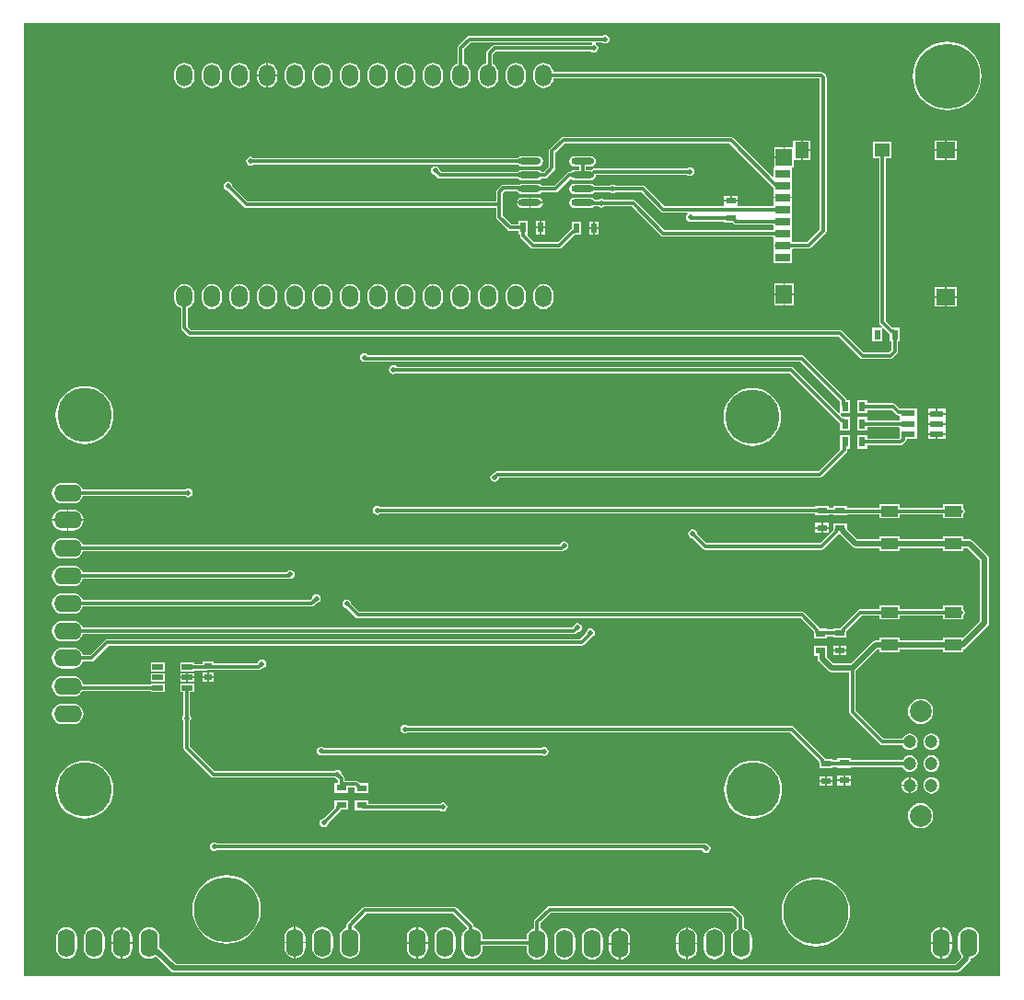
<source format=gtl>
G04*
G04 #@! TF.GenerationSoftware,Altium Limited,Altium Designer,20.1.14 (287)*
G04*
G04 Layer_Physical_Order=1*
G04 Layer_Color=255*
%FSLAX44Y44*%
%MOMM*%
G71*
G04*
G04 #@! TF.SameCoordinates,16ADFD51-ADDE-4969-A661-75AF1340BC1C*
G04*
G04*
G04 #@! TF.FilePolarity,Positive*
G04*
G01*
G75*
%ADD10C,0.3000*%
%ADD16R,0.6000X0.9500*%
%ADD17R,1.3000X0.6000*%
%ADD18R,0.6400X0.5000*%
%ADD19R,0.9500X0.6000*%
%ADD20R,1.5500X1.0000*%
%ADD21O,2.1000X0.6500*%
%ADD22R,1.0000X0.5000*%
%ADD23R,1.3000X1.5000*%
%ADD24R,1.7000X1.5000*%
%ADD25R,1.4000X1.2000*%
%ADD26R,1.5000X1.7000*%
%ADD27R,1.5000X1.6000*%
%ADD28R,1.4000X0.8000*%
%ADD47C,6.0000*%
%ADD48C,0.5000*%
%ADD49O,1.5000X2.0000*%
%ADD50O,2.6000X1.6000*%
%ADD51C,1.2000*%
%ADD52C,2.0000*%
%ADD53O,1.6000X2.6000*%
%ADD54C,0.5000*%
%ADD55C,5.0000*%
G36*
X898441Y878441D02*
X898441Y1558D01*
X1558Y1558D01*
X1558Y878441D01*
X898441Y878441D01*
D02*
G37*
%LPC*%
G36*
X535432Y867932D02*
X533871Y867622D01*
X532810Y866913D01*
X410704D01*
X410704Y866913D01*
X409534Y866680D01*
X408541Y866017D01*
X400437Y857913D01*
X399774Y856920D01*
X399541Y855750D01*
X399541Y855750D01*
Y841625D01*
X398061Y841012D01*
X396181Y839569D01*
X394739Y837689D01*
X393832Y835499D01*
X393522Y833150D01*
Y828150D01*
X393832Y825800D01*
X394739Y823611D01*
X396181Y821731D01*
X398061Y820288D01*
X400251Y819382D01*
X402600Y819072D01*
X404949Y819382D01*
X407139Y820288D01*
X409019Y821731D01*
X410462Y823611D01*
X411368Y825800D01*
X411678Y828150D01*
Y833150D01*
X411368Y835499D01*
X410462Y837689D01*
X409019Y839569D01*
X407139Y841012D01*
X405659Y841625D01*
Y854483D01*
X411971Y860795D01*
X523610D01*
X523735Y859525D01*
X523698Y859518D01*
X522636Y858809D01*
X433856D01*
X433856Y858809D01*
X432686Y858576D01*
X431693Y857913D01*
X427097Y853317D01*
X426434Y852325D01*
X426201Y851154D01*
X426201Y851154D01*
Y841991D01*
X425650Y841918D01*
X423461Y841012D01*
X421581Y839569D01*
X420139Y837689D01*
X419232Y835499D01*
X418922Y833150D01*
Y828150D01*
X419232Y825800D01*
X420139Y823611D01*
X421581Y821731D01*
X423461Y820288D01*
X425650Y819382D01*
X428000Y819072D01*
X430350Y819382D01*
X432539Y820288D01*
X434419Y821731D01*
X435862Y823611D01*
X436768Y825800D01*
X437078Y828150D01*
Y833150D01*
X436768Y835499D01*
X435862Y837689D01*
X434419Y839569D01*
X432539Y841012D01*
X432319Y841103D01*
Y849887D01*
X435123Y852691D01*
X522636D01*
X523698Y851982D01*
X525258Y851672D01*
X526819Y851982D01*
X528142Y852866D01*
X529026Y854189D01*
X529337Y855750D01*
X529026Y857311D01*
X528142Y858634D01*
X526819Y859518D01*
X526782Y859525D01*
X526908Y860795D01*
X532810D01*
X533871Y860086D01*
X535432Y859776D01*
X536993Y860086D01*
X538316Y860970D01*
X539200Y862293D01*
X539510Y863854D01*
X539200Y865415D01*
X538316Y866738D01*
X536993Y867622D01*
X535432Y867932D01*
D02*
G37*
G36*
X225550Y842129D02*
Y831400D01*
X233878D01*
Y833150D01*
X233568Y835499D01*
X232661Y837689D01*
X231219Y839569D01*
X229339Y841012D01*
X227150Y841918D01*
X225550Y842129D01*
D02*
G37*
G36*
X224050Y842129D02*
X222451Y841918D01*
X220261Y841012D01*
X218381Y839569D01*
X216939Y837689D01*
X216032Y835499D01*
X215722Y833150D01*
Y831400D01*
X224050D01*
Y842129D01*
D02*
G37*
G36*
X233878Y829900D02*
X225550D01*
Y819171D01*
X227150Y819382D01*
X229339Y820288D01*
X231219Y821731D01*
X232661Y823611D01*
X233568Y825800D01*
X233878Y828150D01*
Y829900D01*
D02*
G37*
G36*
X224050D02*
X215722D01*
Y828150D01*
X216032Y825800D01*
X216939Y823611D01*
X218381Y821731D01*
X220261Y820288D01*
X222451Y819382D01*
X224050Y819171D01*
Y829900D01*
D02*
G37*
G36*
X453400Y842228D02*
X451050Y841918D01*
X448861Y841012D01*
X446981Y839569D01*
X445539Y837689D01*
X444632Y835499D01*
X444322Y833150D01*
Y828150D01*
X444632Y825800D01*
X445539Y823611D01*
X446981Y821731D01*
X448861Y820288D01*
X451050Y819382D01*
X453400Y819072D01*
X455750Y819382D01*
X457939Y820288D01*
X459819Y821731D01*
X461261Y823611D01*
X462168Y825800D01*
X462478Y828150D01*
Y833150D01*
X462168Y835499D01*
X461261Y837689D01*
X459819Y839569D01*
X457939Y841012D01*
X455750Y841918D01*
X453400Y842228D01*
D02*
G37*
G36*
X377200D02*
X374851Y841918D01*
X372661Y841012D01*
X370781Y839569D01*
X369339Y837689D01*
X368432Y835499D01*
X368122Y833150D01*
Y828150D01*
X368432Y825800D01*
X369339Y823611D01*
X370781Y821731D01*
X372661Y820288D01*
X374851Y819382D01*
X377200Y819072D01*
X379549Y819382D01*
X381739Y820288D01*
X383619Y821731D01*
X385061Y823611D01*
X385968Y825800D01*
X386278Y828150D01*
Y833150D01*
X385968Y835499D01*
X385061Y837689D01*
X383619Y839569D01*
X381739Y841012D01*
X379549Y841918D01*
X377200Y842228D01*
D02*
G37*
G36*
X351800D02*
X349450Y841918D01*
X347261Y841012D01*
X345381Y839569D01*
X343939Y837689D01*
X343032Y835499D01*
X342722Y833150D01*
Y828150D01*
X343032Y825800D01*
X343939Y823611D01*
X345381Y821731D01*
X347261Y820288D01*
X349450Y819382D01*
X351800Y819072D01*
X354150Y819382D01*
X356339Y820288D01*
X358219Y821731D01*
X359661Y823611D01*
X360568Y825800D01*
X360878Y828150D01*
Y833150D01*
X360568Y835499D01*
X359661Y837689D01*
X358219Y839569D01*
X356339Y841012D01*
X354150Y841918D01*
X351800Y842228D01*
D02*
G37*
G36*
X326400D02*
X324050Y841918D01*
X321861Y841012D01*
X319981Y839569D01*
X318539Y837689D01*
X317632Y835499D01*
X317322Y833150D01*
Y828150D01*
X317632Y825800D01*
X318539Y823611D01*
X319981Y821731D01*
X321861Y820288D01*
X324050Y819382D01*
X326400Y819072D01*
X328750Y819382D01*
X330939Y820288D01*
X332819Y821731D01*
X334262Y823611D01*
X335168Y825800D01*
X335478Y828150D01*
Y833150D01*
X335168Y835499D01*
X334262Y837689D01*
X332819Y839569D01*
X330939Y841012D01*
X328750Y841918D01*
X326400Y842228D01*
D02*
G37*
G36*
X301000D02*
X298650Y841918D01*
X296461Y841012D01*
X294581Y839569D01*
X293139Y837689D01*
X292232Y835499D01*
X291922Y833150D01*
Y828150D01*
X292232Y825800D01*
X293139Y823611D01*
X294581Y821731D01*
X296461Y820288D01*
X298650Y819382D01*
X301000Y819072D01*
X303349Y819382D01*
X305539Y820288D01*
X307419Y821731D01*
X308862Y823611D01*
X309768Y825800D01*
X310078Y828150D01*
Y833150D01*
X309768Y835499D01*
X308862Y837689D01*
X307419Y839569D01*
X305539Y841012D01*
X303349Y841918D01*
X301000Y842228D01*
D02*
G37*
G36*
X275600D02*
X273251Y841918D01*
X271061Y841012D01*
X269181Y839569D01*
X267739Y837689D01*
X266832Y835499D01*
X266522Y833150D01*
Y828150D01*
X266832Y825800D01*
X267739Y823611D01*
X269181Y821731D01*
X271061Y820288D01*
X273251Y819382D01*
X275600Y819072D01*
X277950Y819382D01*
X280139Y820288D01*
X282019Y821731D01*
X283461Y823611D01*
X284368Y825800D01*
X284678Y828150D01*
Y833150D01*
X284368Y835499D01*
X283461Y837689D01*
X282019Y839569D01*
X280139Y841012D01*
X277950Y841918D01*
X275600Y842228D01*
D02*
G37*
G36*
X250200D02*
X247850Y841918D01*
X245661Y841012D01*
X243781Y839569D01*
X242339Y837689D01*
X241432Y835499D01*
X241122Y833150D01*
Y828150D01*
X241432Y825800D01*
X242339Y823611D01*
X243781Y821731D01*
X245661Y820288D01*
X247850Y819382D01*
X250200Y819072D01*
X252549Y819382D01*
X254739Y820288D01*
X256619Y821731D01*
X258062Y823611D01*
X258968Y825800D01*
X259278Y828150D01*
Y833150D01*
X258968Y835499D01*
X258062Y837689D01*
X256619Y839569D01*
X254739Y841012D01*
X252549Y841918D01*
X250200Y842228D01*
D02*
G37*
G36*
X199400D02*
X197050Y841918D01*
X194861Y841012D01*
X192981Y839569D01*
X191539Y837689D01*
X190632Y835499D01*
X190322Y833150D01*
Y828150D01*
X190632Y825800D01*
X191539Y823611D01*
X192981Y821731D01*
X194861Y820288D01*
X197050Y819382D01*
X199400Y819072D01*
X201749Y819382D01*
X203939Y820288D01*
X205819Y821731D01*
X207262Y823611D01*
X208168Y825800D01*
X208478Y828150D01*
Y833150D01*
X208168Y835499D01*
X207262Y837689D01*
X205819Y839569D01*
X203939Y841012D01*
X201749Y841918D01*
X199400Y842228D01*
D02*
G37*
G36*
X174000D02*
X171651Y841918D01*
X169461Y841012D01*
X167581Y839569D01*
X166139Y837689D01*
X165232Y835499D01*
X164922Y833150D01*
Y828150D01*
X165232Y825800D01*
X166139Y823611D01*
X167581Y821731D01*
X169461Y820288D01*
X171651Y819382D01*
X174000Y819072D01*
X176350Y819382D01*
X178539Y820288D01*
X180419Y821731D01*
X181861Y823611D01*
X182768Y825800D01*
X183078Y828150D01*
Y833150D01*
X182768Y835499D01*
X181861Y837689D01*
X180419Y839569D01*
X178539Y841012D01*
X176350Y841918D01*
X174000Y842228D01*
D02*
G37*
G36*
X148600D02*
X146250Y841918D01*
X144061Y841012D01*
X142181Y839569D01*
X140739Y837689D01*
X139832Y835499D01*
X139522Y833150D01*
Y828150D01*
X139832Y825800D01*
X140739Y823611D01*
X142181Y821731D01*
X144061Y820288D01*
X146250Y819382D01*
X148600Y819072D01*
X150949Y819382D01*
X153139Y820288D01*
X155019Y821731D01*
X156461Y823611D01*
X157368Y825800D01*
X157678Y828150D01*
Y833150D01*
X157368Y835499D01*
X156461Y837689D01*
X155019Y839569D01*
X153139Y841012D01*
X150949Y841918D01*
X148600Y842228D01*
D02*
G37*
G36*
X850000Y861597D02*
X845057Y861208D01*
X840236Y860051D01*
X835655Y858154D01*
X831428Y855563D01*
X827657Y852343D01*
X824437Y848572D01*
X821846Y844345D01*
X819949Y839764D01*
X818792Y834943D01*
X818403Y830000D01*
X818792Y825057D01*
X819949Y820236D01*
X821846Y815655D01*
X824437Y811428D01*
X827657Y807657D01*
X831428Y804437D01*
X835655Y801846D01*
X840236Y799949D01*
X845057Y798792D01*
X850000Y798403D01*
X854943Y798792D01*
X859764Y799949D01*
X864345Y801846D01*
X868572Y804437D01*
X872343Y807657D01*
X875563Y811428D01*
X878154Y815655D01*
X880051Y820236D01*
X881208Y825057D01*
X881597Y830000D01*
X881208Y834943D01*
X880051Y839764D01*
X878154Y844345D01*
X875563Y848572D01*
X872343Y852343D01*
X868572Y855563D01*
X864345Y858154D01*
X859764Y860051D01*
X854943Y861208D01*
X850000Y861597D01*
D02*
G37*
G36*
X651106Y774203D02*
X651106Y774203D01*
X497078D01*
X497078Y774203D01*
X495908Y773970D01*
X494915Y773307D01*
X494915Y773307D01*
X484501Y762893D01*
X483838Y761900D01*
X483605Y760730D01*
X483605Y760730D01*
Y746757D01*
X478711Y741863D01*
X477284D01*
X477039Y742229D01*
X475468Y743278D01*
X473615Y743647D01*
X459115D01*
X457261Y743278D01*
X455690Y742229D01*
X455446Y741863D01*
X384889D01*
X383493Y743259D01*
X383244Y744511D01*
X382360Y745834D01*
X381037Y746718D01*
X379476Y747028D01*
X377915Y746718D01*
X376592Y745834D01*
X375708Y744511D01*
X375398Y742950D01*
X375708Y741389D01*
X376592Y740066D01*
X377915Y739182D01*
X379167Y738933D01*
X381459Y736641D01*
X382451Y735978D01*
X383622Y735745D01*
X383622Y735745D01*
X455446D01*
X455690Y735379D01*
X457261Y734330D01*
X459115Y733961D01*
X473615D01*
X475468Y734330D01*
X477039Y735379D01*
X477284Y735745D01*
X479978D01*
X479978Y735745D01*
X481149Y735978D01*
X482141Y736641D01*
X488827Y743327D01*
X488827Y743327D01*
X489490Y744320D01*
X489723Y745490D01*
Y759463D01*
X498345Y768085D01*
X649839D01*
X690500Y727424D01*
X690500Y723750D01*
X690500Y722480D01*
Y719000D01*
X699000D01*
X707500D01*
Y722480D01*
X707500Y723750D01*
X707500Y725020D01*
Y733480D01*
X707500Y734750D01*
X707500D01*
Y734750D01*
X707500D01*
X707500Y745750D01*
X709000Y745750D01*
Y752750D01*
X715750D01*
Y761750D01*
Y770750D01*
X708500D01*
Y764750D01*
X700750D01*
Y755250D01*
X700000D01*
Y754500D01*
X691000D01*
Y746813D01*
X690500Y745750D01*
X690500Y744687D01*
Y737735D01*
X689327Y737249D01*
X653269Y773307D01*
X652277Y773970D01*
X651106Y774203D01*
D02*
G37*
G36*
X724500Y770750D02*
X717250D01*
Y762500D01*
X724500D01*
Y770750D01*
D02*
G37*
G36*
X858500D02*
X849250D01*
Y762500D01*
X858500D01*
Y770750D01*
D02*
G37*
G36*
X847750D02*
X838500D01*
Y762500D01*
X847750D01*
Y770750D01*
D02*
G37*
G36*
X699250Y764750D02*
X691000D01*
Y756000D01*
X699250D01*
Y764750D01*
D02*
G37*
G36*
X473615Y756347D02*
X459115D01*
X457261Y755978D01*
X455690Y754929D01*
X455446Y754563D01*
X212295D01*
X211111Y755354D01*
X209550Y755664D01*
X207989Y755354D01*
X206666Y754470D01*
X205782Y753147D01*
X205472Y751586D01*
X205782Y750025D01*
X206666Y748702D01*
X207989Y747818D01*
X209550Y747508D01*
X211111Y747818D01*
X212049Y748445D01*
X455446D01*
X455690Y748080D01*
X457261Y747030D01*
X459115Y746661D01*
X473615D01*
X475468Y747030D01*
X477039Y748080D01*
X478089Y749651D01*
X478458Y751504D01*
X478089Y753357D01*
X477039Y754929D01*
X475468Y755978D01*
X473615Y756347D01*
D02*
G37*
G36*
X858500Y761000D02*
X849250D01*
Y752750D01*
X858500D01*
Y761000D01*
D02*
G37*
G36*
X847750D02*
X838500D01*
Y752750D01*
X847750D01*
Y761000D01*
D02*
G37*
G36*
X724500Y761000D02*
X717250D01*
Y752750D01*
X724500D01*
Y761000D01*
D02*
G37*
G36*
X522115Y756347D02*
X507615D01*
X505761Y755978D01*
X504190Y754929D01*
X503140Y753357D01*
X502771Y751504D01*
X503140Y749651D01*
X504190Y748080D01*
X505761Y747030D01*
X507615Y746661D01*
X511806D01*
Y743647D01*
X507615D01*
X505761Y743278D01*
X504190Y742229D01*
X503946Y741863D01*
X502584D01*
X502584Y741863D01*
X501413Y741630D01*
X500421Y740967D01*
X500421Y740967D01*
X488617Y729163D01*
X477284D01*
X477039Y729529D01*
X475468Y730578D01*
X473615Y730947D01*
X459115D01*
X457261Y730578D01*
X456266Y729913D01*
X455796Y730007D01*
X455796Y730007D01*
X441706D01*
X441706Y730007D01*
X440536Y729774D01*
X439543Y729111D01*
X435987Y725555D01*
X435324Y724563D01*
X435091Y723392D01*
X435091Y723392D01*
Y714888D01*
X206886D01*
X192739Y729035D01*
X192490Y730287D01*
X191606Y731610D01*
X190283Y732494D01*
X188722Y732804D01*
X187161Y732494D01*
X185838Y731610D01*
X184954Y730287D01*
X184644Y728726D01*
X184954Y727165D01*
X185838Y725842D01*
X187161Y724958D01*
X188413Y724709D01*
X203456Y709666D01*
X203456Y709666D01*
X204449Y709003D01*
X205619Y708770D01*
X205619Y708770D01*
X435091D01*
Y700266D01*
X435091Y700266D01*
X435324Y699096D01*
X435987Y698103D01*
X445709Y688381D01*
X445709Y688381D01*
X446701Y687718D01*
X447872Y687485D01*
X455508D01*
Y684294D01*
X457144D01*
Y683052D01*
X457144Y683051D01*
X457377Y681881D01*
X458040Y680889D01*
X466841Y672087D01*
X467834Y671424D01*
X469004Y671191D01*
X469004Y671191D01*
X493472D01*
X493473Y671191D01*
X494643Y671424D01*
X495635Y672087D01*
X507276Y683727D01*
X507758D01*
X507758Y683727D01*
X508054Y683786D01*
X513759D01*
Y696286D01*
X504758D01*
Y689559D01*
X503846Y688949D01*
X503846Y688949D01*
X492206Y677309D01*
X470271D01*
X464150Y683429D01*
X464509Y684294D01*
X464509D01*
Y696794D01*
X455508D01*
Y693603D01*
X449139D01*
X441209Y701533D01*
Y711829D01*
Y722125D01*
X442973Y723889D01*
X454882D01*
X455690Y722680D01*
X457261Y721630D01*
X459115Y721261D01*
X473615D01*
X475468Y721630D01*
X477039Y722680D01*
X477284Y723045D01*
X489884D01*
X489884Y723045D01*
X491055Y723278D01*
X492047Y723941D01*
X502992Y734886D01*
X504190Y735379D01*
X505761Y734330D01*
X507615Y733961D01*
X522115D01*
X523968Y734330D01*
X525539Y735379D01*
X526589Y736951D01*
X526958Y738804D01*
X527016Y738875D01*
X610788D01*
X611849Y738166D01*
X613410Y737856D01*
X614971Y738166D01*
X616294Y739050D01*
X617178Y740373D01*
X617488Y741934D01*
X617178Y743495D01*
X616294Y744818D01*
X614971Y745702D01*
X613410Y746012D01*
X611849Y745702D01*
X610788Y744993D01*
X525622D01*
X524451Y744760D01*
X523459Y744097D01*
X523459Y744097D01*
X522861Y743499D01*
X522115Y743647D01*
X517923D01*
Y746661D01*
X522115D01*
X523968Y747030D01*
X525539Y748080D01*
X526589Y749651D01*
X526958Y751504D01*
X526589Y753357D01*
X525539Y754929D01*
X523968Y755978D01*
X522115Y756347D01*
D02*
G37*
G36*
X657356Y719750D02*
X651856D01*
Y716000D01*
X657356D01*
Y719750D01*
D02*
G37*
G36*
X650356D02*
X644856D01*
Y716000D01*
X650356D01*
Y719750D01*
D02*
G37*
G36*
X473615Y718247D02*
X467114D01*
Y714154D01*
X478308D01*
X478089Y715257D01*
X477039Y716829D01*
X475468Y717878D01*
X473615Y718247D01*
D02*
G37*
G36*
X465615D02*
X459115D01*
X457261Y717878D01*
X455690Y716829D01*
X454640Y715257D01*
X454421Y714154D01*
X465615D01*
Y718247D01*
D02*
G37*
G36*
X478308Y712654D02*
X467114D01*
Y708561D01*
X473615D01*
X475468Y708930D01*
X477039Y709979D01*
X478089Y711551D01*
X478308Y712654D01*
D02*
G37*
G36*
X465615D02*
X454421D01*
X454640Y711551D01*
X455690Y709979D01*
X457261Y708930D01*
X459115Y708561D01*
X465615D01*
Y712654D01*
D02*
G37*
G36*
X480508Y696794D02*
X476759D01*
Y691294D01*
X480508D01*
Y696794D01*
D02*
G37*
G36*
X475259D02*
X471509D01*
Y691294D01*
X475259D01*
Y696794D01*
D02*
G37*
G36*
X529758Y696286D02*
X526008D01*
Y690786D01*
X529758D01*
Y696286D01*
D02*
G37*
G36*
X524509D02*
X520759D01*
Y690786D01*
X524509D01*
Y696286D01*
D02*
G37*
G36*
X480508Y689794D02*
X476759D01*
Y684294D01*
X480508D01*
Y689794D01*
D02*
G37*
G36*
X475259D02*
X471509D01*
Y684294D01*
X475259D01*
Y689794D01*
D02*
G37*
G36*
X529758Y689286D02*
X526008D01*
Y683786D01*
X529758D01*
Y689286D01*
D02*
G37*
G36*
X524509D02*
X520759D01*
Y683786D01*
X524509D01*
Y689286D01*
D02*
G37*
G36*
X478800Y842228D02*
X476451Y841918D01*
X474261Y841012D01*
X472381Y839569D01*
X470939Y837689D01*
X470032Y835499D01*
X469722Y833150D01*
Y828150D01*
X470032Y825800D01*
X470939Y823611D01*
X472381Y821731D01*
X474261Y820288D01*
X476451Y819382D01*
X478800Y819072D01*
X481149Y819382D01*
X483339Y820288D01*
X485219Y821731D01*
X486661Y823611D01*
X487568Y825800D01*
X487804Y827591D01*
X733033D01*
Y689099D01*
X721243Y677309D01*
X708398D01*
X707500Y678207D01*
X707500Y679750D01*
X707500Y681020D01*
Y689480D01*
X707500Y690750D01*
X707500Y692020D01*
Y700480D01*
X707500Y701750D01*
X707500Y703020D01*
Y712750D01*
Y717500D01*
X699000D01*
X690500D01*
Y710309D01*
X658443D01*
X657356Y710750D01*
X657356Y711579D01*
Y714500D01*
X644856D01*
X644856Y710750D01*
X643769Y710309D01*
X590335D01*
X572377Y728267D01*
X571385Y728930D01*
X570214Y729163D01*
X570214Y729163D01*
X545161D01*
X544100Y729872D01*
X542539Y730182D01*
X540979Y729872D01*
X539917Y729163D01*
X525784D01*
X525539Y729529D01*
X523968Y730578D01*
X522115Y730947D01*
X507615D01*
X505761Y730578D01*
X504190Y729529D01*
X503140Y727957D01*
X502771Y726104D01*
X503140Y724251D01*
X504190Y722680D01*
X505761Y721630D01*
X507615Y721261D01*
X522115D01*
X523968Y721630D01*
X525539Y722680D01*
X525784Y723045D01*
X539917D01*
X540979Y722336D01*
X542539Y722026D01*
X544100Y722336D01*
X545161Y723045D01*
X568947D01*
X586905Y705087D01*
X587897Y704424D01*
X589068Y704191D01*
X611049D01*
X611434Y702921D01*
X611034Y702654D01*
X610150Y701331D01*
X609840Y699770D01*
X610150Y698209D01*
X611034Y696886D01*
X612357Y696002D01*
X613918Y695692D01*
X615479Y696002D01*
X615762Y696191D01*
X644856D01*
Y694750D01*
X653030D01*
X653693Y694087D01*
X653693Y694087D01*
X654686Y693424D01*
X655856Y693191D01*
X655856Y693191D01*
X689602D01*
X690500Y692293D01*
X690500Y690750D01*
X690500Y689207D01*
X689602Y688309D01*
X590335D01*
X563503Y715141D01*
X562510Y715804D01*
X561340Y716037D01*
X561340Y716037D01*
X534440D01*
X533379Y716746D01*
X531818Y717056D01*
X530257Y716746D01*
X529196Y716037D01*
X526068D01*
X525539Y716829D01*
X523968Y717878D01*
X522115Y718247D01*
X507615D01*
X505761Y717878D01*
X504190Y716829D01*
X503140Y715257D01*
X502771Y713404D01*
X503140Y711551D01*
X504190Y709979D01*
X505761Y708930D01*
X507615Y708561D01*
X522115D01*
X523968Y708930D01*
X525449Y709919D01*
X529196D01*
X530257Y709210D01*
X531818Y708900D01*
X533379Y709210D01*
X534440Y709919D01*
X560073D01*
X586905Y683087D01*
X586905Y683087D01*
X587897Y682424D01*
X589068Y682191D01*
X689602D01*
X690500Y681293D01*
X690500Y679750D01*
X690500Y678480D01*
Y675908D01*
X690174Y675421D01*
X689941Y674250D01*
X690174Y673080D01*
X690500Y672592D01*
X690500Y668750D01*
X690500Y667480D01*
Y657750D01*
X707500D01*
Y667480D01*
X707500Y668750D01*
X707500Y670293D01*
X708398Y671191D01*
X722510D01*
X722510Y671191D01*
X723680Y671424D01*
X724673Y672087D01*
X738255Y685669D01*
X738918Y686662D01*
X739151Y687832D01*
X739151Y687832D01*
Y828893D01*
X739151Y828893D01*
X738918Y830063D01*
X738255Y831056D01*
X738255Y831056D01*
X736497Y832813D01*
X735505Y833476D01*
X734335Y833709D01*
X734334Y833709D01*
X487804D01*
X487568Y835499D01*
X486661Y837689D01*
X485219Y839569D01*
X483339Y841012D01*
X481149Y841918D01*
X478800Y842228D01*
D02*
G37*
G36*
X709000Y639250D02*
X700750D01*
Y630000D01*
X709000D01*
Y639250D01*
D02*
G37*
G36*
X699250D02*
X691000D01*
Y630000D01*
X699250D01*
Y639250D01*
D02*
G37*
G36*
X858500Y635750D02*
X849250D01*
Y627500D01*
X858500D01*
Y635750D01*
D02*
G37*
G36*
X847750D02*
X838500D01*
Y627500D01*
X847750D01*
Y635750D01*
D02*
G37*
G36*
X709000Y628500D02*
X700750D01*
Y619250D01*
X709000D01*
Y628500D01*
D02*
G37*
G36*
X699250D02*
X691000D01*
Y619250D01*
X699250D01*
Y628500D01*
D02*
G37*
G36*
X858500Y626000D02*
X849250D01*
Y617750D01*
X858500D01*
Y626000D01*
D02*
G37*
G36*
X847750D02*
X838500D01*
Y617750D01*
X847750D01*
Y626000D01*
D02*
G37*
G36*
X478800Y638728D02*
X476451Y638418D01*
X474261Y637511D01*
X472381Y636069D01*
X470939Y634189D01*
X470032Y632000D01*
X469722Y629650D01*
Y624650D01*
X470032Y622300D01*
X470939Y620111D01*
X472381Y618231D01*
X474261Y616788D01*
X476451Y615882D01*
X478800Y615572D01*
X481149Y615882D01*
X483339Y616788D01*
X485219Y618231D01*
X486661Y620111D01*
X487568Y622300D01*
X487878Y624650D01*
Y629650D01*
X487568Y632000D01*
X486661Y634189D01*
X485219Y636069D01*
X483339Y637511D01*
X481149Y638418D01*
X478800Y638728D01*
D02*
G37*
G36*
X453400D02*
X451050Y638418D01*
X448861Y637511D01*
X446981Y636069D01*
X445539Y634189D01*
X444632Y632000D01*
X444322Y629650D01*
Y624650D01*
X444632Y622300D01*
X445539Y620111D01*
X446981Y618231D01*
X448861Y616788D01*
X451050Y615882D01*
X453400Y615572D01*
X455750Y615882D01*
X457939Y616788D01*
X459819Y618231D01*
X461261Y620111D01*
X462168Y622300D01*
X462478Y624650D01*
Y629650D01*
X462168Y632000D01*
X461261Y634189D01*
X459819Y636069D01*
X457939Y637511D01*
X455750Y638418D01*
X453400Y638728D01*
D02*
G37*
G36*
X428000D02*
X425650Y638418D01*
X423461Y637511D01*
X421581Y636069D01*
X420139Y634189D01*
X419232Y632000D01*
X418922Y629650D01*
Y624650D01*
X419232Y622300D01*
X420139Y620111D01*
X421581Y618231D01*
X423461Y616788D01*
X425650Y615882D01*
X428000Y615572D01*
X430350Y615882D01*
X432539Y616788D01*
X434419Y618231D01*
X435862Y620111D01*
X436768Y622300D01*
X437078Y624650D01*
Y629650D01*
X436768Y632000D01*
X435862Y634189D01*
X434419Y636069D01*
X432539Y637511D01*
X430350Y638418D01*
X428000Y638728D01*
D02*
G37*
G36*
X402600D02*
X400251Y638418D01*
X398061Y637511D01*
X396181Y636069D01*
X394739Y634189D01*
X393832Y632000D01*
X393522Y629650D01*
Y624650D01*
X393832Y622300D01*
X394739Y620111D01*
X396181Y618231D01*
X398061Y616788D01*
X400251Y615882D01*
X402600Y615572D01*
X404949Y615882D01*
X407139Y616788D01*
X409019Y618231D01*
X410462Y620111D01*
X411368Y622300D01*
X411678Y624650D01*
Y629650D01*
X411368Y632000D01*
X410462Y634189D01*
X409019Y636069D01*
X407139Y637511D01*
X404949Y638418D01*
X402600Y638728D01*
D02*
G37*
G36*
X377200D02*
X374851Y638418D01*
X372661Y637511D01*
X370781Y636069D01*
X369339Y634189D01*
X368432Y632000D01*
X368122Y629650D01*
Y624650D01*
X368432Y622300D01*
X369339Y620111D01*
X370781Y618231D01*
X372661Y616788D01*
X374851Y615882D01*
X377200Y615572D01*
X379549Y615882D01*
X381739Y616788D01*
X383619Y618231D01*
X385061Y620111D01*
X385968Y622300D01*
X386278Y624650D01*
Y629650D01*
X385968Y632000D01*
X385061Y634189D01*
X383619Y636069D01*
X381739Y637511D01*
X379549Y638418D01*
X377200Y638728D01*
D02*
G37*
G36*
X351800D02*
X349450Y638418D01*
X347261Y637511D01*
X345381Y636069D01*
X343939Y634189D01*
X343032Y632000D01*
X342722Y629650D01*
Y624650D01*
X343032Y622300D01*
X343939Y620111D01*
X345381Y618231D01*
X347261Y616788D01*
X349450Y615882D01*
X351800Y615572D01*
X354150Y615882D01*
X356339Y616788D01*
X358219Y618231D01*
X359661Y620111D01*
X360568Y622300D01*
X360878Y624650D01*
Y629650D01*
X360568Y632000D01*
X359661Y634189D01*
X358219Y636069D01*
X356339Y637511D01*
X354150Y638418D01*
X351800Y638728D01*
D02*
G37*
G36*
X326400D02*
X324050Y638418D01*
X321861Y637511D01*
X319981Y636069D01*
X318539Y634189D01*
X317632Y632000D01*
X317322Y629650D01*
Y624650D01*
X317632Y622300D01*
X318539Y620111D01*
X319981Y618231D01*
X321861Y616788D01*
X324050Y615882D01*
X326400Y615572D01*
X328750Y615882D01*
X330939Y616788D01*
X332819Y618231D01*
X334262Y620111D01*
X335168Y622300D01*
X335478Y624650D01*
Y629650D01*
X335168Y632000D01*
X334262Y634189D01*
X332819Y636069D01*
X330939Y637511D01*
X328750Y638418D01*
X326400Y638728D01*
D02*
G37*
G36*
X301000D02*
X298650Y638418D01*
X296461Y637511D01*
X294581Y636069D01*
X293139Y634189D01*
X292232Y632000D01*
X291922Y629650D01*
Y624650D01*
X292232Y622300D01*
X293139Y620111D01*
X294581Y618231D01*
X296461Y616788D01*
X298650Y615882D01*
X301000Y615572D01*
X303349Y615882D01*
X305539Y616788D01*
X307419Y618231D01*
X308862Y620111D01*
X309768Y622300D01*
X310078Y624650D01*
Y629650D01*
X309768Y632000D01*
X308862Y634189D01*
X307419Y636069D01*
X305539Y637511D01*
X303349Y638418D01*
X301000Y638728D01*
D02*
G37*
G36*
X275600D02*
X273251Y638418D01*
X271061Y637511D01*
X269181Y636069D01*
X267739Y634189D01*
X266832Y632000D01*
X266522Y629650D01*
Y624650D01*
X266832Y622300D01*
X267739Y620111D01*
X269181Y618231D01*
X271061Y616788D01*
X273251Y615882D01*
X275600Y615572D01*
X277950Y615882D01*
X280139Y616788D01*
X282019Y618231D01*
X283461Y620111D01*
X284368Y622300D01*
X284678Y624650D01*
Y629650D01*
X284368Y632000D01*
X283461Y634189D01*
X282019Y636069D01*
X280139Y637511D01*
X277950Y638418D01*
X275600Y638728D01*
D02*
G37*
G36*
X250200D02*
X247850Y638418D01*
X245661Y637511D01*
X243781Y636069D01*
X242339Y634189D01*
X241432Y632000D01*
X241122Y629650D01*
Y624650D01*
X241432Y622300D01*
X242339Y620111D01*
X243781Y618231D01*
X245661Y616788D01*
X247850Y615882D01*
X250200Y615572D01*
X252549Y615882D01*
X254739Y616788D01*
X256619Y618231D01*
X258062Y620111D01*
X258968Y622300D01*
X259278Y624650D01*
Y629650D01*
X258968Y632000D01*
X258062Y634189D01*
X256619Y636069D01*
X254739Y637511D01*
X252549Y638418D01*
X250200Y638728D01*
D02*
G37*
G36*
X224800D02*
X222451Y638418D01*
X220261Y637511D01*
X218381Y636069D01*
X216939Y634189D01*
X216032Y632000D01*
X215722Y629650D01*
Y624650D01*
X216032Y622300D01*
X216939Y620111D01*
X218381Y618231D01*
X220261Y616788D01*
X222451Y615882D01*
X224800Y615572D01*
X227150Y615882D01*
X229339Y616788D01*
X231219Y618231D01*
X232661Y620111D01*
X233568Y622300D01*
X233878Y624650D01*
Y629650D01*
X233568Y632000D01*
X232661Y634189D01*
X231219Y636069D01*
X229339Y637511D01*
X227150Y638418D01*
X224800Y638728D01*
D02*
G37*
G36*
X199400D02*
X197050Y638418D01*
X194861Y637511D01*
X192981Y636069D01*
X191539Y634189D01*
X190632Y632000D01*
X190322Y629650D01*
Y624650D01*
X190632Y622300D01*
X191539Y620111D01*
X192981Y618231D01*
X194861Y616788D01*
X197050Y615882D01*
X199400Y615572D01*
X201749Y615882D01*
X203939Y616788D01*
X205819Y618231D01*
X207262Y620111D01*
X208168Y622300D01*
X208478Y624650D01*
Y629650D01*
X208168Y632000D01*
X207262Y634189D01*
X205819Y636069D01*
X203939Y637511D01*
X201749Y638418D01*
X199400Y638728D01*
D02*
G37*
G36*
X174000D02*
X171651Y638418D01*
X169461Y637511D01*
X167581Y636069D01*
X166139Y634189D01*
X165232Y632000D01*
X164922Y629650D01*
Y624650D01*
X165232Y622300D01*
X166139Y620111D01*
X167581Y618231D01*
X169461Y616788D01*
X171651Y615882D01*
X174000Y615572D01*
X176350Y615882D01*
X178539Y616788D01*
X180419Y618231D01*
X181861Y620111D01*
X182768Y622300D01*
X183078Y624650D01*
Y629650D01*
X182768Y632000D01*
X181861Y634189D01*
X180419Y636069D01*
X178539Y637511D01*
X176350Y638418D01*
X174000Y638728D01*
D02*
G37*
G36*
X799000Y769250D02*
X782000D01*
Y754250D01*
X787441D01*
Y603250D01*
X787441Y603250D01*
X787674Y602080D01*
X788337Y601087D01*
X789904Y599520D01*
X789378Y598250D01*
X781250D01*
Y585750D01*
X790250D01*
Y597378D01*
X791520Y597904D01*
X796337Y593087D01*
X796337Y593087D01*
X797250Y592477D01*
Y585750D01*
X798691D01*
Y577847D01*
X796419Y575575D01*
X773427D01*
X753495Y595507D01*
X752503Y596170D01*
X751332Y596403D01*
X751332Y596403D01*
X154683D01*
X151659Y599427D01*
Y616175D01*
X153139Y616788D01*
X155019Y618231D01*
X156461Y620111D01*
X157368Y622300D01*
X157678Y624650D01*
Y629650D01*
X157368Y632000D01*
X156461Y634189D01*
X155019Y636069D01*
X153139Y637511D01*
X150949Y638418D01*
X148600Y638728D01*
X146250Y638418D01*
X144061Y637511D01*
X142181Y636069D01*
X140739Y634189D01*
X139832Y632000D01*
X139522Y629650D01*
Y624650D01*
X139832Y622300D01*
X140739Y620111D01*
X142181Y618231D01*
X144061Y616788D01*
X145541Y616175D01*
Y598160D01*
X145541Y598160D01*
X145774Y596990D01*
X146437Y595997D01*
X151253Y591181D01*
X151253Y591181D01*
X152245Y590518D01*
X153416Y590285D01*
X750065D01*
X769997Y570353D01*
X770990Y569690D01*
X772160Y569457D01*
X797686D01*
X797686Y569457D01*
X798857Y569690D01*
X799849Y570353D01*
X803913Y574417D01*
X804576Y575410D01*
X804809Y576580D01*
Y585750D01*
X806250D01*
Y598250D01*
X800546D01*
X800250Y598309D01*
X800250Y598309D01*
X799767D01*
X793559Y604517D01*
Y754250D01*
X799000D01*
Y769250D01*
D02*
G37*
G36*
X848250Y523750D02*
X841000D01*
Y520000D01*
X848250D01*
Y523750D01*
D02*
G37*
G36*
X839500D02*
X832250D01*
Y520000D01*
X839500D01*
Y523750D01*
D02*
G37*
G36*
X314171Y575098D02*
X312610Y574787D01*
X311287Y573903D01*
X310403Y572580D01*
X310092Y571019D01*
X310403Y569459D01*
X311287Y568135D01*
X312610Y567252D01*
X314171Y566941D01*
X314681Y567043D01*
X315190Y566941D01*
X315190Y566941D01*
X715233D01*
X751473Y530701D01*
Y527280D01*
X751473Y527280D01*
X751532Y526984D01*
Y520372D01*
X750262Y519846D01*
X708637Y561471D01*
X707645Y562134D01*
X706474Y562367D01*
X706474Y562367D01*
X343974D01*
X343752Y562700D01*
X342429Y563584D01*
X340868Y563894D01*
X339307Y563584D01*
X337984Y562700D01*
X337100Y561377D01*
X336790Y559816D01*
X337100Y558255D01*
X337984Y556932D01*
X339307Y556048D01*
X340868Y555738D01*
X342429Y556048D01*
X342730Y556249D01*
X705207D01*
X750619Y510837D01*
X751532Y510227D01*
Y503500D01*
X760532D01*
Y516000D01*
X754828D01*
X754532Y516059D01*
X754532Y516059D01*
X754049D01*
X751848Y518260D01*
X752374Y519530D01*
X760532D01*
Y532030D01*
X757578D01*
X757358Y533138D01*
X756695Y534131D01*
X718663Y572163D01*
X717671Y572826D01*
X716500Y573059D01*
X716500Y573059D01*
X317619D01*
X317055Y573903D01*
X315731Y574787D01*
X314171Y575098D01*
D02*
G37*
G36*
X776532Y532030D02*
X767532D01*
Y519530D01*
X776532D01*
Y522721D01*
X798983D01*
X803170Y518534D01*
X804163Y517871D01*
X805333Y517638D01*
X806250Y516840D01*
Y515520D01*
X806250Y515250D01*
Y514250D01*
X806250Y514079D01*
X806012Y512809D01*
X776532D01*
Y516000D01*
X767532D01*
Y503500D01*
X776532D01*
Y506691D01*
X805352D01*
X806250Y505793D01*
Y505250D01*
X806250Y503980D01*
Y496576D01*
X805973Y496299D01*
X776532D01*
Y499490D01*
X767532D01*
Y486990D01*
X776532D01*
Y490181D01*
X807240D01*
X807240Y490181D01*
X808410Y490414D01*
X809403Y491077D01*
X811481Y493155D01*
X811481Y493155D01*
X812144Y494147D01*
X812377Y495318D01*
X813499Y495750D01*
X822250D01*
Y503980D01*
X822250Y504750D01*
X822250Y506020D01*
Y513980D01*
X822250Y514250D01*
Y515250D01*
X822250Y515520D01*
Y524250D01*
X806250D01*
X806250Y524250D01*
Y524250D01*
X805342Y525014D01*
X802413Y527943D01*
X801421Y528606D01*
X800250Y528839D01*
X800250Y528839D01*
X776532D01*
Y532030D01*
D02*
G37*
G36*
X848250Y518500D02*
X840250D01*
X832250D01*
Y515520D01*
X832250Y514750D01*
X832250Y513480D01*
Y510500D01*
X840250D01*
X848250D01*
Y513480D01*
X848250Y514250D01*
X848250Y515520D01*
Y518500D01*
D02*
G37*
G36*
Y509000D02*
X840250D01*
X832250D01*
Y506020D01*
X832250Y505250D01*
X832250Y503980D01*
Y501000D01*
X840250D01*
X848250D01*
Y503980D01*
X848250Y504750D01*
X848250Y506020D01*
Y509000D01*
D02*
G37*
G36*
Y499500D02*
X841000D01*
Y495750D01*
X848250D01*
Y499500D01*
D02*
G37*
G36*
X839500D02*
X832250D01*
Y495750D01*
X839500D01*
Y499500D01*
D02*
G37*
G36*
X56902Y544460D02*
X52744Y544133D01*
X48688Y543159D01*
X44834Y541563D01*
X41277Y539383D01*
X38106Y536674D01*
X35397Y533503D01*
X33217Y529946D01*
X31621Y526092D01*
X30647Y522036D01*
X30320Y517878D01*
X30647Y513720D01*
X31621Y509664D01*
X33217Y505810D01*
X35397Y502253D01*
X38106Y499082D01*
X41277Y496373D01*
X44834Y494193D01*
X48688Y492597D01*
X52744Y491623D01*
X56902Y491296D01*
X61060Y491623D01*
X65116Y492597D01*
X68970Y494193D01*
X72526Y496373D01*
X75698Y499082D01*
X78407Y502253D01*
X80587Y505810D01*
X82183Y509664D01*
X83157Y513720D01*
X83484Y517878D01*
X83157Y522036D01*
X82183Y526092D01*
X80587Y529946D01*
X78407Y533503D01*
X75698Y536674D01*
X72526Y539383D01*
X68970Y541563D01*
X65116Y543159D01*
X61060Y544133D01*
X56902Y544460D01*
D02*
G37*
G36*
X670902Y542860D02*
X666744Y542533D01*
X662688Y541559D01*
X658834Y539963D01*
X655277Y537783D01*
X652106Y535074D01*
X649397Y531903D01*
X647217Y528346D01*
X645621Y524492D01*
X644647Y520436D01*
X644320Y516278D01*
X644647Y512120D01*
X645621Y508064D01*
X647217Y504210D01*
X649397Y500653D01*
X652106Y497482D01*
X655277Y494773D01*
X658834Y492593D01*
X662688Y490997D01*
X666744Y490023D01*
X670902Y489696D01*
X675060Y490023D01*
X679116Y490997D01*
X682970Y492593D01*
X686526Y494773D01*
X689698Y497482D01*
X692407Y500653D01*
X694587Y504210D01*
X696183Y508064D01*
X697157Y512120D01*
X697484Y516278D01*
X697157Y520436D01*
X696183Y524492D01*
X694587Y528346D01*
X692407Y531903D01*
X689698Y535074D01*
X686526Y537783D01*
X682970Y539963D01*
X679116Y541559D01*
X675060Y542533D01*
X670902Y542860D01*
D02*
G37*
G36*
X760532Y499490D02*
X751532D01*
Y486990D01*
X751532Y486990D01*
X751532D01*
X751071Y485896D01*
X731483Y466309D01*
X436580D01*
X435409Y466076D01*
X434417Y465413D01*
X434417Y465413D01*
X433523Y464519D01*
X432271Y464270D01*
X430948Y463386D01*
X430064Y462063D01*
X429754Y460502D01*
X430064Y458941D01*
X430948Y457618D01*
X432271Y456734D01*
X433832Y456424D01*
X435393Y456734D01*
X436716Y457618D01*
X437600Y458941D01*
X437849Y460191D01*
X732750D01*
X732750Y460191D01*
X733921Y460424D01*
X734913Y461087D01*
X757492Y483666D01*
X758155Y484659D01*
X758388Y485829D01*
Y486990D01*
X760532D01*
Y499490D01*
D02*
G37*
G36*
X46402Y455860D02*
X36402D01*
X33922Y455533D01*
X31611Y454576D01*
X29627Y453053D01*
X28104Y451069D01*
X27146Y448758D01*
X26820Y446278D01*
X27146Y443798D01*
X28104Y441487D01*
X29627Y439502D01*
X31611Y437980D01*
X33922Y437023D01*
X36402Y436696D01*
X46402D01*
X48882Y437023D01*
X51193Y437980D01*
X53177Y439502D01*
X54700Y441487D01*
X55418Y443219D01*
X149524D01*
X150585Y442510D01*
X152146Y442200D01*
X153707Y442510D01*
X155030Y443394D01*
X155914Y444717D01*
X156224Y446278D01*
X155914Y447839D01*
X155030Y449162D01*
X153707Y450046D01*
X152146Y450356D01*
X150585Y450046D01*
X149524Y449337D01*
X55418D01*
X54700Y451069D01*
X53177Y453053D01*
X51193Y454576D01*
X48882Y455533D01*
X46402Y455860D01*
D02*
G37*
G36*
X864908Y436060D02*
X846408D01*
Y432619D01*
X805908D01*
Y436060D01*
X787408D01*
Y432619D01*
X757740D01*
Y434517D01*
X745240D01*
Y432619D01*
X741144D01*
Y434700D01*
X728644D01*
Y433259D01*
X328618D01*
X327443Y434044D01*
X325882Y434354D01*
X324321Y434044D01*
X322998Y433160D01*
X322114Y431837D01*
X321804Y430276D01*
X322114Y428715D01*
X322998Y427392D01*
X324321Y426508D01*
X325882Y426198D01*
X327443Y426508D01*
X328390Y427141D01*
X728644D01*
Y425700D01*
X741144D01*
Y426501D01*
X745240D01*
Y425517D01*
X757740D01*
Y426501D01*
X787408D01*
Y423060D01*
X805908D01*
Y426501D01*
X846408D01*
Y423060D01*
X864908D01*
Y427121D01*
X865321Y427397D01*
X865984Y428390D01*
X866217Y429560D01*
X865984Y430731D01*
X865321Y431723D01*
X864908Y431999D01*
Y436060D01*
D02*
G37*
G36*
X46402Y430860D02*
X42152D01*
Y422028D01*
X55885D01*
X55658Y423758D01*
X54700Y426069D01*
X53177Y428053D01*
X51193Y429576D01*
X48882Y430533D01*
X46402Y430860D01*
D02*
G37*
G36*
X40652D02*
X36402D01*
X33922Y430533D01*
X31611Y429576D01*
X29627Y428053D01*
X28104Y426069D01*
X27146Y423758D01*
X26919Y422028D01*
X40652D01*
Y430860D01*
D02*
G37*
G36*
X741144Y418700D02*
X735644D01*
Y414950D01*
X741144D01*
Y418700D01*
D02*
G37*
G36*
X734144D02*
X728644D01*
Y414950D01*
X734144D01*
Y418700D01*
D02*
G37*
G36*
X55885Y420528D02*
X42152D01*
Y411696D01*
X46402D01*
X48882Y412023D01*
X51193Y412980D01*
X53177Y414502D01*
X54700Y416487D01*
X55658Y418798D01*
X55885Y420528D01*
D02*
G37*
G36*
X40652D02*
X26919D01*
X27146Y418798D01*
X28104Y416487D01*
X29627Y414502D01*
X31611Y412980D01*
X33922Y412023D01*
X36402Y411696D01*
X40652D01*
Y420528D01*
D02*
G37*
G36*
X734144Y413450D02*
X728644D01*
Y409700D01*
X734144D01*
Y413450D01*
D02*
G37*
G36*
X757740Y418517D02*
X745240D01*
Y412812D01*
X745182Y412517D01*
X745182Y412517D01*
Y412034D01*
X742107Y408959D01*
X741144Y409792D01*
X741144Y410967D01*
Y413450D01*
X735644D01*
Y409700D01*
X739877D01*
X741052Y409700D01*
X741885Y408737D01*
X733209Y400061D01*
X628901D01*
X619967Y408995D01*
X619718Y410247D01*
X618834Y411570D01*
X617511Y412454D01*
X615950Y412764D01*
X614389Y412454D01*
X613066Y411570D01*
X612182Y410247D01*
X611872Y408686D01*
X612182Y407125D01*
X613066Y405802D01*
X614389Y404918D01*
X615641Y404669D01*
X625471Y394839D01*
X625471Y394839D01*
X626464Y394176D01*
X627634Y393943D01*
X734475D01*
X734476Y393943D01*
X735646Y394176D01*
X736638Y394839D01*
X749906Y408107D01*
X750479Y408574D01*
X751612Y408127D01*
X763063Y396676D01*
X763064Y396676D01*
X764387Y395792D01*
X765947Y395482D01*
X765947Y395482D01*
X787408D01*
Y393060D01*
X805908D01*
Y395482D01*
X846408D01*
Y393060D01*
X864908D01*
Y395482D01*
X869005D01*
X880350Y384137D01*
Y328587D01*
X864601Y312839D01*
X846408D01*
Y310417D01*
X805908D01*
Y312839D01*
X787408D01*
Y310417D01*
X784139D01*
X784139Y310417D01*
X782578Y310107D01*
X781255Y309223D01*
X781255Y309223D01*
X761353Y289320D01*
X745401D01*
X739542Y295180D01*
X739734Y296450D01*
X739734D01*
Y305450D01*
X727234D01*
Y296450D01*
X730844D01*
Y294032D01*
X730844Y294032D01*
X731154Y292471D01*
X732038Y291148D01*
X740828Y282358D01*
X740828Y282358D01*
X742151Y281474D01*
X743712Y281164D01*
X759983D01*
Y244830D01*
X759983Y244830D01*
X760216Y243659D01*
X760879Y242667D01*
X788459Y215087D01*
X789452Y214424D01*
X790622Y214191D01*
X790622Y214191D01*
X808649D01*
X808949Y213468D01*
X810151Y211901D01*
X811718Y210699D01*
X813542Y209943D01*
X815500Y209685D01*
X817458Y209943D01*
X819282Y210699D01*
X820849Y211901D01*
X822051Y213468D01*
X822807Y215292D01*
X823065Y217250D01*
X822807Y219208D01*
X822051Y221032D01*
X820849Y222599D01*
X819282Y223801D01*
X817458Y224557D01*
X815500Y224815D01*
X813542Y224557D01*
X811718Y223801D01*
X810151Y222599D01*
X808949Y221032D01*
X808649Y220309D01*
X791889D01*
X766101Y246097D01*
Y282533D01*
X785828Y302261D01*
X787408D01*
Y299839D01*
X805908D01*
Y302261D01*
X846408D01*
Y299839D01*
X864908D01*
Y302467D01*
X865430Y302571D01*
X866753Y303455D01*
X887312Y324014D01*
X887312Y324014D01*
X888196Y325337D01*
X888506Y326898D01*
X888506Y326898D01*
Y385826D01*
X888506Y385826D01*
X888196Y387387D01*
X887312Y388710D01*
X873578Y402444D01*
X872255Y403328D01*
X870694Y403638D01*
X870694Y403638D01*
X864908D01*
Y406060D01*
X846408D01*
Y403638D01*
X805908D01*
Y406060D01*
X787408D01*
Y403638D01*
X767637D01*
X757819Y413456D01*
Y413517D01*
X757819Y413517D01*
X757740Y413911D01*
Y418517D01*
D02*
G37*
G36*
X46402Y405060D02*
X36402D01*
X33922Y404734D01*
X31611Y403776D01*
X29627Y402253D01*
X28104Y400269D01*
X27146Y397958D01*
X26820Y395478D01*
X27146Y392998D01*
X28104Y390687D01*
X29627Y388703D01*
X31611Y387180D01*
X33922Y386222D01*
X36402Y385896D01*
X46402D01*
X48882Y386222D01*
X51193Y387180D01*
X53177Y388703D01*
X54700Y390687D01*
X55418Y392419D01*
X495554D01*
X495554Y392419D01*
X496725Y392652D01*
X497717Y393315D01*
X498149Y393747D01*
X499401Y393996D01*
X500724Y394880D01*
X501608Y396203D01*
X501918Y397764D01*
X501608Y399325D01*
X500724Y400648D01*
X499401Y401532D01*
X497840Y401842D01*
X496279Y401532D01*
X494956Y400648D01*
X494072Y399325D01*
X493915Y398537D01*
X55418D01*
X54700Y400269D01*
X53177Y402253D01*
X51193Y403776D01*
X48882Y404734D01*
X46402Y405060D01*
D02*
G37*
G36*
Y379660D02*
X36402D01*
X33922Y379333D01*
X31611Y378376D01*
X29627Y376853D01*
X28104Y374869D01*
X27146Y372558D01*
X26820Y370078D01*
X27146Y367598D01*
X28104Y365287D01*
X29627Y363303D01*
X31611Y361780D01*
X33922Y360822D01*
X36402Y360496D01*
X46402D01*
X48882Y360822D01*
X51193Y361780D01*
X53177Y363303D01*
X54700Y365287D01*
X55418Y367019D01*
X244602D01*
X244602Y367019D01*
X245772Y367252D01*
X245816Y367281D01*
X245872Y367270D01*
X247433Y367580D01*
X248756Y368464D01*
X249640Y369787D01*
X249950Y371348D01*
X249640Y372909D01*
X248756Y374232D01*
X247433Y375116D01*
X245872Y375426D01*
X244311Y375116D01*
X242988Y374232D01*
X242257Y373137D01*
X55418D01*
X54700Y374869D01*
X53177Y376853D01*
X51193Y378376D01*
X48882Y379333D01*
X46402Y379660D01*
D02*
G37*
G36*
Y354260D02*
X36402D01*
X33922Y353933D01*
X31611Y352976D01*
X29627Y351453D01*
X28104Y349469D01*
X27146Y347158D01*
X26820Y344678D01*
X27146Y342198D01*
X28104Y339887D01*
X29627Y337903D01*
X31611Y336380D01*
X33922Y335423D01*
X36402Y335096D01*
X46402D01*
X48882Y335423D01*
X51193Y336380D01*
X53177Y337903D01*
X54700Y339887D01*
X55418Y341619D01*
X265684D01*
X265684Y341619D01*
X266854Y341852D01*
X267847Y342515D01*
X270311Y344979D01*
X271563Y345228D01*
X272886Y346112D01*
X273770Y347435D01*
X274080Y348996D01*
X273770Y350557D01*
X272886Y351880D01*
X271563Y352764D01*
X270002Y353074D01*
X268441Y352764D01*
X267118Y351880D01*
X266234Y350557D01*
X265985Y349305D01*
X264417Y347737D01*
X55418D01*
X54700Y349469D01*
X53177Y351453D01*
X51193Y352976D01*
X48882Y353933D01*
X46402Y354260D01*
D02*
G37*
G36*
X297942Y348248D02*
X296381Y347938D01*
X295058Y347054D01*
X294174Y345731D01*
X293864Y344170D01*
X294174Y342609D01*
X295058Y341286D01*
X296381Y340402D01*
X297633Y340153D01*
X305939Y331847D01*
X305939Y331847D01*
X306931Y331184D01*
X308102Y330951D01*
X715157D01*
X727175Y318933D01*
Y318450D01*
X727175Y318450D01*
X727234Y318155D01*
Y312450D01*
X739734D01*
Y314391D01*
X744984D01*
Y312950D01*
X757484D01*
Y318655D01*
X757543Y318950D01*
Y319433D01*
X771390Y333280D01*
X787408D01*
Y329839D01*
X805908D01*
Y333280D01*
X846408D01*
Y329839D01*
X864908D01*
Y333900D01*
X865321Y334176D01*
X865984Y335169D01*
X866217Y336339D01*
X865984Y337510D01*
X865321Y338502D01*
X864908Y338778D01*
Y342839D01*
X846408D01*
Y339398D01*
X805908D01*
Y342839D01*
X787408D01*
Y339398D01*
X770123D01*
X770123Y339398D01*
X768952Y339165D01*
X767960Y338502D01*
X752321Y322863D01*
X751711Y321950D01*
X744984D01*
Y320509D01*
X739734D01*
Y321450D01*
X733007D01*
X732397Y322363D01*
X732397Y322363D01*
X718587Y336173D01*
X717595Y336836D01*
X716424Y337069D01*
X716424Y337069D01*
X309369D01*
X301959Y344479D01*
X301710Y345731D01*
X300826Y347054D01*
X299503Y347938D01*
X297942Y348248D01*
D02*
G37*
G36*
X46402Y328860D02*
X36402D01*
X33922Y328534D01*
X31611Y327576D01*
X29627Y326053D01*
X28104Y324069D01*
X27146Y321758D01*
X26820Y319278D01*
X27146Y316798D01*
X28104Y314487D01*
X29627Y312502D01*
X31611Y310980D01*
X33922Y310023D01*
X36402Y309696D01*
X46402D01*
X48882Y310023D01*
X51193Y310980D01*
X53177Y312502D01*
X54700Y314487D01*
X55418Y316219D01*
X506984D01*
X506984Y316219D01*
X508154Y316452D01*
X509147Y317115D01*
X510341Y318309D01*
X511593Y318558D01*
X512916Y319442D01*
X513800Y320765D01*
X514110Y322326D01*
X513800Y323887D01*
X512916Y325210D01*
X511593Y326094D01*
X510032Y326404D01*
X508471Y326094D01*
X507148Y325210D01*
X506264Y323887D01*
X506015Y322635D01*
X505717Y322337D01*
X55418D01*
X54700Y324069D01*
X53177Y326053D01*
X51193Y327576D01*
X48882Y328534D01*
X46402Y328860D01*
D02*
G37*
G36*
X521970Y321578D02*
X520409Y321268D01*
X519086Y320384D01*
X518202Y319061D01*
X517892Y317500D01*
X517942Y317248D01*
X512617Y311923D01*
X77724D01*
X77724Y311923D01*
X76554Y311690D01*
X75561Y311027D01*
X61871Y297337D01*
X55418D01*
X54700Y299069D01*
X53177Y301053D01*
X51193Y302576D01*
X48882Y303533D01*
X46402Y303860D01*
X36402D01*
X33922Y303533D01*
X31611Y302576D01*
X29627Y301053D01*
X28104Y299069D01*
X27146Y296758D01*
X26820Y294278D01*
X27146Y291798D01*
X28104Y289487D01*
X29627Y287502D01*
X31611Y285980D01*
X33922Y285023D01*
X36402Y284696D01*
X46402D01*
X48882Y285023D01*
X51193Y285980D01*
X53177Y287502D01*
X54700Y289487D01*
X55418Y291219D01*
X63138D01*
X63138Y291219D01*
X64309Y291452D01*
X65301Y292115D01*
X78991Y305805D01*
X513884D01*
X513884Y305805D01*
X515055Y306038D01*
X516047Y306701D01*
X522965Y313620D01*
X523531Y313732D01*
X524854Y314616D01*
X525738Y315939D01*
X526048Y317500D01*
X525738Y319061D01*
X524854Y320384D01*
X523531Y321268D01*
X521970Y321578D01*
D02*
G37*
G36*
X757484Y305950D02*
X751984D01*
Y302200D01*
X757484D01*
Y305950D01*
D02*
G37*
G36*
X750484D02*
X744984D01*
Y302200D01*
X750484D01*
Y305950D01*
D02*
G37*
G36*
X757484Y300700D02*
X751984D01*
Y296950D01*
X757484D01*
Y300700D01*
D02*
G37*
G36*
X750484D02*
X744984D01*
Y296950D01*
X750484D01*
Y300700D01*
D02*
G37*
G36*
X219710Y292876D02*
X218149Y292566D01*
X216826Y291682D01*
X215942Y290359D01*
X215810Y289695D01*
X215686Y289571D01*
X175210D01*
Y291240D01*
X165810D01*
Y289059D01*
X157796D01*
Y290000D01*
X144796D01*
Y282000D01*
X157796D01*
Y282941D01*
X168570D01*
X168570Y282941D01*
X169741Y283174D01*
X169839Y283240D01*
X175210D01*
Y283453D01*
X216952D01*
X216953Y283453D01*
X218123Y283686D01*
X219116Y284349D01*
X219523Y284757D01*
X219710Y284720D01*
X221271Y285030D01*
X222594Y285914D01*
X223478Y287237D01*
X223788Y288798D01*
X223478Y290359D01*
X222594Y291682D01*
X221271Y292566D01*
X219710Y292876D01*
D02*
G37*
G36*
X130796Y290000D02*
X117796D01*
Y282000D01*
X130796D01*
Y290000D01*
D02*
G37*
G36*
X175210Y280640D02*
X171260D01*
Y277390D01*
X175210D01*
Y280640D01*
D02*
G37*
G36*
X169760D02*
X165810D01*
Y277390D01*
X169760D01*
Y280640D01*
D02*
G37*
G36*
X157796Y280500D02*
X152046D01*
Y277250D01*
X157796D01*
Y280500D01*
D02*
G37*
G36*
X150546D02*
X144796D01*
Y277250D01*
X150546D01*
Y280500D01*
D02*
G37*
G36*
X175210Y275890D02*
X171260D01*
Y272640D01*
X175210D01*
Y275890D01*
D02*
G37*
G36*
X169760D02*
X165810D01*
Y272640D01*
X169760D01*
Y275890D01*
D02*
G37*
G36*
X157796Y275750D02*
X152046D01*
Y272500D01*
X157796D01*
Y275750D01*
D02*
G37*
G36*
X150546D02*
X144796D01*
Y272500D01*
X150546D01*
Y275750D01*
D02*
G37*
G36*
X130796Y280500D02*
X117796D01*
Y272500D01*
X130796D01*
Y280500D01*
D02*
G37*
G36*
X46402Y278060D02*
X36402D01*
X33922Y277733D01*
X31611Y276776D01*
X29627Y275254D01*
X28104Y273269D01*
X27146Y270958D01*
X26820Y268478D01*
X27146Y265998D01*
X28104Y263687D01*
X29627Y261702D01*
X31611Y260180D01*
X33922Y259223D01*
X36402Y258896D01*
X46402D01*
X48882Y259223D01*
X51193Y260180D01*
X53177Y261702D01*
X54700Y263687D01*
X54805Y263941D01*
X117796D01*
Y263000D01*
X130796D01*
Y271000D01*
X117796D01*
Y270059D01*
X55776D01*
X55658Y270958D01*
X54700Y273269D01*
X53177Y275254D01*
X51193Y276776D01*
X48882Y277733D01*
X46402Y278060D01*
D02*
G37*
G36*
X825500Y256849D02*
X822498Y256454D01*
X819700Y255295D01*
X817298Y253452D01*
X815455Y251050D01*
X814296Y248252D01*
X813901Y245250D01*
X814296Y242248D01*
X815455Y239450D01*
X817298Y237048D01*
X819700Y235205D01*
X822498Y234046D01*
X825500Y233651D01*
X828502Y234046D01*
X831300Y235205D01*
X833702Y237048D01*
X835545Y239450D01*
X836704Y242248D01*
X837099Y245250D01*
X836704Y248252D01*
X835545Y251050D01*
X833702Y253452D01*
X831300Y255295D01*
X828502Y256454D01*
X825500Y256849D01*
D02*
G37*
G36*
X46402Y252660D02*
X36402D01*
X33922Y252334D01*
X31611Y251376D01*
X29627Y249853D01*
X28104Y247869D01*
X27146Y245558D01*
X26820Y243078D01*
X27146Y240598D01*
X28104Y238287D01*
X29627Y236303D01*
X31611Y234780D01*
X33922Y233822D01*
X36402Y233496D01*
X46402D01*
X48882Y233822D01*
X51193Y234780D01*
X53177Y236303D01*
X54700Y238287D01*
X55658Y240598D01*
X55984Y243078D01*
X55658Y245558D01*
X54700Y247869D01*
X53177Y249853D01*
X51193Y251376D01*
X48882Y252334D01*
X46402Y252660D01*
D02*
G37*
G36*
X835500Y224815D02*
X833542Y224557D01*
X831718Y223801D01*
X830151Y222599D01*
X828949Y221032D01*
X828193Y219208D01*
X827935Y217250D01*
X828193Y215292D01*
X828949Y213468D01*
X830151Y211901D01*
X831718Y210699D01*
X833542Y209943D01*
X835500Y209685D01*
X837458Y209943D01*
X839282Y210699D01*
X840849Y211901D01*
X842051Y213468D01*
X842807Y215292D01*
X843065Y217250D01*
X842807Y219208D01*
X842051Y221032D01*
X840849Y222599D01*
X839282Y223801D01*
X837458Y224557D01*
X835500Y224815D01*
D02*
G37*
G36*
X274574Y212866D02*
X273013Y212556D01*
X271690Y211672D01*
X270806Y210349D01*
X270496Y208788D01*
X270806Y207227D01*
X271690Y205904D01*
X273013Y205020D01*
X274574Y204710D01*
X276135Y205020D01*
X276436Y205221D01*
X476676D01*
X477737Y204512D01*
X479298Y204202D01*
X480859Y204512D01*
X482182Y205396D01*
X483066Y206719D01*
X483376Y208280D01*
X483066Y209841D01*
X482182Y211164D01*
X480859Y212048D01*
X479298Y212358D01*
X477737Y212048D01*
X476676Y211339D01*
X277680D01*
X277458Y211672D01*
X276135Y212556D01*
X274574Y212866D01*
D02*
G37*
G36*
X835500Y204815D02*
X833542Y204557D01*
X831718Y203801D01*
X830151Y202599D01*
X828949Y201032D01*
X828193Y199208D01*
X827935Y197250D01*
X828193Y195292D01*
X828949Y193468D01*
X830151Y191901D01*
X831718Y190699D01*
X833542Y189943D01*
X835500Y189685D01*
X837458Y189943D01*
X839282Y190699D01*
X840849Y191901D01*
X842051Y193468D01*
X842807Y195292D01*
X843065Y197250D01*
X842807Y199208D01*
X842051Y201032D01*
X840849Y202599D01*
X839282Y203801D01*
X837458Y204557D01*
X835500Y204815D01*
D02*
G37*
G36*
X351282Y232932D02*
X349721Y232622D01*
X348398Y231738D01*
X347514Y230415D01*
X347204Y228854D01*
X347514Y227293D01*
X348398Y225970D01*
X349721Y225086D01*
X351282Y224776D01*
X352843Y225086D01*
X353904Y225795D01*
X705629D01*
X732191Y199233D01*
Y198750D01*
X732191Y198750D01*
X732250Y198454D01*
Y192750D01*
X744750D01*
Y194191D01*
X749000D01*
Y193278D01*
X761500D01*
Y194191D01*
X808649D01*
X808949Y193468D01*
X810151Y191901D01*
X811718Y190699D01*
X813542Y189943D01*
X815500Y189685D01*
X817458Y189943D01*
X819282Y190699D01*
X820849Y191901D01*
X822051Y193468D01*
X822807Y195292D01*
X823065Y197250D01*
X822807Y199208D01*
X822051Y201032D01*
X820849Y202599D01*
X819282Y203801D01*
X817458Y204557D01*
X815500Y204815D01*
X813542Y204557D01*
X811718Y203801D01*
X810151Y202599D01*
X808949Y201032D01*
X808649Y200309D01*
X761500D01*
Y202278D01*
X749000D01*
Y200309D01*
X744750D01*
Y201750D01*
X738023D01*
X737413Y202663D01*
X737413Y202663D01*
X709059Y231017D01*
X708066Y231680D01*
X706896Y231913D01*
X706896Y231913D01*
X353904D01*
X352843Y232622D01*
X351282Y232932D01*
D02*
G37*
G36*
X761500Y186278D02*
X756000D01*
Y182528D01*
X761500D01*
Y186278D01*
D02*
G37*
G36*
X754500D02*
X749000D01*
Y182528D01*
X754500D01*
Y186278D01*
D02*
G37*
G36*
X744750Y185750D02*
X739250D01*
Y182000D01*
X744750D01*
Y185750D01*
D02*
G37*
G36*
X737750D02*
X732250D01*
Y182000D01*
X737750D01*
Y185750D01*
D02*
G37*
G36*
X816250Y184716D02*
Y178000D01*
X822966D01*
X822807Y179208D01*
X822051Y181032D01*
X820849Y182599D01*
X819282Y183801D01*
X817458Y184557D01*
X816250Y184716D01*
D02*
G37*
G36*
X814750Y184716D02*
X813542Y184557D01*
X811718Y183801D01*
X810151Y182599D01*
X808949Y181032D01*
X808193Y179208D01*
X808034Y178000D01*
X814750D01*
Y184716D01*
D02*
G37*
G36*
X761500Y181028D02*
X756000D01*
Y177278D01*
X761500D01*
Y181028D01*
D02*
G37*
G36*
X754500D02*
X749000D01*
Y177278D01*
X754500D01*
Y181028D01*
D02*
G37*
G36*
X744750Y180500D02*
X739250D01*
Y176750D01*
X744750D01*
Y180500D01*
D02*
G37*
G36*
X737750D02*
X732250D01*
Y176750D01*
X737750D01*
Y180500D01*
D02*
G37*
G36*
X157796Y271000D02*
X144796D01*
Y263000D01*
X147817D01*
Y241703D01*
X147108Y240642D01*
X146798Y239081D01*
X147108Y237520D01*
X147817Y236459D01*
Y211582D01*
X147817Y211582D01*
X148050Y210411D01*
X148713Y209419D01*
X173105Y185027D01*
X174097Y184364D01*
X175268Y184131D01*
X175268Y184131D01*
X286694D01*
X287756Y183422D01*
X289008Y183173D01*
X289941Y182239D01*
Y180065D01*
X289941Y180065D01*
X288908Y179500D01*
X286750D01*
Y170500D01*
X299250D01*
Y175249D01*
X305226D01*
X305250Y175225D01*
Y170250D01*
X317750D01*
Y179250D01*
X309876D01*
X308655Y180471D01*
X307663Y181134D01*
X306493Y181367D01*
X306493Y181367D01*
X296059D01*
Y183507D01*
X295826Y184677D01*
X295163Y185669D01*
X293333Y187499D01*
X293084Y188751D01*
X292200Y190074D01*
X290877Y190958D01*
X289316Y191269D01*
X287756Y190958D01*
X286694Y190249D01*
X176535D01*
X153935Y212849D01*
Y236459D01*
X154644Y237520D01*
X154954Y239081D01*
X154644Y240642D01*
X153935Y241703D01*
Y263000D01*
X157796D01*
Y271000D01*
D02*
G37*
G36*
X814750Y176500D02*
X808034D01*
X808193Y175292D01*
X808949Y173468D01*
X810151Y171901D01*
X811718Y170699D01*
X813542Y169943D01*
X814750Y169784D01*
Y176500D01*
D02*
G37*
G36*
X822966D02*
X816250D01*
Y169784D01*
X817458Y169943D01*
X819282Y170699D01*
X820849Y171901D01*
X822051Y173468D01*
X822807Y175292D01*
X822966Y176500D01*
D02*
G37*
G36*
X835500Y184815D02*
X833542Y184557D01*
X831718Y183801D01*
X830151Y182599D01*
X828949Y181032D01*
X828193Y179208D01*
X827935Y177250D01*
X828193Y175292D01*
X828949Y173468D01*
X830151Y171901D01*
X831718Y170699D01*
X833542Y169943D01*
X835500Y169685D01*
X837458Y169943D01*
X839282Y170699D01*
X840849Y171901D01*
X842051Y173468D01*
X842807Y175292D01*
X843065Y177250D01*
X842807Y179208D01*
X842051Y181032D01*
X840849Y182599D01*
X839282Y183801D01*
X837458Y184557D01*
X835500Y184815D01*
D02*
G37*
G36*
X317750Y163250D02*
X305250D01*
Y154250D01*
X312705D01*
X313000Y154191D01*
X316387D01*
X316507Y154167D01*
X383712D01*
X384773Y153458D01*
X386334Y153148D01*
X387895Y153458D01*
X389218Y154342D01*
X390102Y155665D01*
X390412Y157226D01*
X390102Y158787D01*
X389218Y160110D01*
X387895Y160994D01*
X386334Y161304D01*
X384773Y160994D01*
X383712Y160285D01*
X317750D01*
Y163250D01*
D02*
G37*
G36*
X671402Y199860D02*
X667244Y199533D01*
X663188Y198559D01*
X659334Y196963D01*
X655778Y194783D01*
X652606Y192074D01*
X649897Y188902D01*
X647717Y185346D01*
X646121Y181492D01*
X645147Y177436D01*
X644820Y173278D01*
X645147Y169120D01*
X646121Y165064D01*
X647717Y161210D01*
X649897Y157654D01*
X652606Y154482D01*
X655778Y151773D01*
X659334Y149593D01*
X663188Y147997D01*
X667244Y147023D01*
X671402Y146696D01*
X675560Y147023D01*
X679616Y147997D01*
X683470Y149593D01*
X687027Y151773D01*
X690198Y154482D01*
X692907Y157654D01*
X695087Y161210D01*
X696683Y165064D01*
X697657Y169120D01*
X697984Y173278D01*
X697657Y177436D01*
X696683Y181492D01*
X695087Y185346D01*
X692907Y188902D01*
X690198Y192074D01*
X687027Y194783D01*
X683470Y196963D01*
X679616Y198559D01*
X675560Y199533D01*
X671402Y199860D01*
D02*
G37*
G36*
X56902Y199760D02*
X52744Y199433D01*
X48688Y198459D01*
X44834Y196863D01*
X41277Y194683D01*
X38106Y191974D01*
X35397Y188803D01*
X33217Y185246D01*
X31621Y181392D01*
X30647Y177336D01*
X30320Y173178D01*
X30647Y169020D01*
X31621Y164964D01*
X33217Y161110D01*
X35397Y157554D01*
X38106Y154382D01*
X41277Y151673D01*
X44834Y149493D01*
X48688Y147897D01*
X52744Y146923D01*
X56902Y146596D01*
X61060Y146923D01*
X65116Y147897D01*
X68970Y149493D01*
X72526Y151673D01*
X75698Y154382D01*
X78407Y157554D01*
X80587Y161110D01*
X82183Y164964D01*
X83157Y169020D01*
X83484Y173178D01*
X83157Y177336D01*
X82183Y181392D01*
X80587Y185246D01*
X78407Y188803D01*
X75698Y191974D01*
X72526Y194683D01*
X68970Y196863D01*
X65116Y198459D01*
X61060Y199433D01*
X56902Y199760D01*
D02*
G37*
G36*
X299250Y163500D02*
X286750D01*
Y157796D01*
X286691Y157500D01*
X286691Y157500D01*
Y156651D01*
X276805Y146765D01*
X275553Y146516D01*
X274230Y145632D01*
X273346Y144309D01*
X273036Y142748D01*
X273346Y141187D01*
X274230Y139864D01*
X275553Y138980D01*
X277114Y138670D01*
X278675Y138980D01*
X279998Y139864D01*
X280882Y141187D01*
X281131Y142439D01*
X291913Y153221D01*
X292576Y154213D01*
X292633Y154500D01*
X299250D01*
Y163500D01*
D02*
G37*
G36*
X825500Y160849D02*
X822498Y160454D01*
X819700Y159295D01*
X817298Y157452D01*
X815455Y155050D01*
X814296Y152252D01*
X813901Y149250D01*
X814296Y146248D01*
X815455Y143450D01*
X817298Y141048D01*
X819700Y139205D01*
X822498Y138046D01*
X825500Y137651D01*
X828502Y138046D01*
X831300Y139205D01*
X833702Y141048D01*
X835545Y143450D01*
X836704Y146248D01*
X837099Y149250D01*
X836704Y152252D01*
X835545Y155050D01*
X833702Y157452D01*
X831300Y159295D01*
X828502Y160454D01*
X825500Y160849D01*
D02*
G37*
G36*
X176022Y124728D02*
X174461Y124418D01*
X173138Y123534D01*
X172254Y122211D01*
X171944Y120650D01*
X172254Y119089D01*
X173138Y117766D01*
X174461Y116882D01*
X176022Y116572D01*
X177583Y116882D01*
X178644Y117591D01*
X624623D01*
X624628Y117565D01*
X625512Y116242D01*
X626835Y115358D01*
X628396Y115048D01*
X629957Y115358D01*
X631280Y116242D01*
X632164Y117565D01*
X632474Y119126D01*
X632164Y120687D01*
X631280Y122010D01*
X629957Y122894D01*
X628471Y123189D01*
X628042Y123476D01*
X626872Y123709D01*
X626872Y123709D01*
X178644D01*
X177583Y124418D01*
X176022Y124728D01*
D02*
G37*
G36*
X652526Y66051D02*
X652526Y66051D01*
X484378D01*
X484378Y66051D01*
X483208Y65818D01*
X482215Y65155D01*
X482215Y65155D01*
X470787Y53727D01*
X470124Y52734D01*
X469891Y51564D01*
X469891Y51564D01*
Y45516D01*
X468159Y44798D01*
X466175Y43275D01*
X464652Y41291D01*
X463694Y38980D01*
X463368Y36500D01*
Y35309D01*
X422832D01*
Y37250D01*
X422505Y39730D01*
X421548Y42041D01*
X420025Y44026D01*
X418041Y45548D01*
X415730Y46505D01*
X415622Y46520D01*
X414836Y47455D01*
X414603Y48625D01*
X413940Y49618D01*
X413940Y49618D01*
X398911Y64647D01*
X397919Y65310D01*
X396748Y65543D01*
X396748Y65543D01*
X314750D01*
X313580Y65310D01*
X312587Y64647D01*
X312587Y64647D01*
X298614Y50674D01*
X297951Y49682D01*
X297718Y48511D01*
X297718Y48511D01*
Y46516D01*
X295986Y45798D01*
X294002Y44275D01*
X292479Y42291D01*
X291522Y39980D01*
X291195Y37500D01*
Y27500D01*
X291522Y25020D01*
X292479Y22709D01*
X294002Y20724D01*
X295986Y19202D01*
X298297Y18245D01*
X300777Y17918D01*
X303257Y18245D01*
X305568Y19202D01*
X307553Y20724D01*
X309075Y22709D01*
X310033Y25020D01*
X310359Y27500D01*
Y37500D01*
X310033Y39980D01*
X309075Y42291D01*
X307553Y44275D01*
X305568Y45798D01*
X304490Y46245D01*
X304281Y47689D01*
X316017Y59425D01*
X395481D01*
X408123Y46784D01*
X408190Y46538D01*
X408016Y45209D01*
X406474Y44026D01*
X404952Y42041D01*
X403994Y39730D01*
X403668Y37250D01*
Y27250D01*
X403994Y24770D01*
X404952Y22459D01*
X406474Y20475D01*
X408459Y18952D01*
X410770Y17995D01*
X413250Y17668D01*
X415730Y17995D01*
X418041Y18952D01*
X420025Y20475D01*
X421548Y22459D01*
X422505Y24770D01*
X422832Y27250D01*
Y29191D01*
X463368D01*
Y26500D01*
X463694Y24020D01*
X464652Y21709D01*
X466175Y19725D01*
X468159Y18202D01*
X470470Y17244D01*
X472950Y16918D01*
X475430Y17244D01*
X477741Y18202D01*
X479725Y19725D01*
X481248Y21709D01*
X482205Y24020D01*
X482532Y26500D01*
Y36500D01*
X482205Y38980D01*
X481248Y41291D01*
X479725Y43275D01*
X477741Y44798D01*
X476009Y45516D01*
Y50297D01*
X485645Y59933D01*
X651259D01*
X656833Y54359D01*
Y45348D01*
X656109Y45048D01*
X654125Y43526D01*
X652602Y41541D01*
X651645Y39230D01*
X651318Y36750D01*
Y26750D01*
X651645Y24270D01*
X652602Y21959D01*
X654125Y19974D01*
X656109Y18452D01*
X658420Y17494D01*
X660900Y17168D01*
X663380Y17494D01*
X665691Y18452D01*
X667675Y19974D01*
X669198Y21959D01*
X670155Y24270D01*
X670482Y26750D01*
Y36750D01*
X670155Y39230D01*
X669198Y41541D01*
X667675Y43526D01*
X665691Y45048D01*
X663380Y46006D01*
X662951Y46062D01*
Y55626D01*
X662951Y55626D01*
X662718Y56796D01*
X662055Y57789D01*
X654689Y65155D01*
X653697Y65818D01*
X652526Y66051D01*
D02*
G37*
G36*
X251127Y46983D02*
Y33250D01*
X259959D01*
Y37500D01*
X259633Y39980D01*
X258675Y42291D01*
X257153Y44275D01*
X255168Y45798D01*
X252857Y46755D01*
X251127Y46983D01*
D02*
G37*
G36*
X249627D02*
X247897Y46755D01*
X245586Y45798D01*
X243602Y44275D01*
X242079Y42291D01*
X241122Y39980D01*
X240795Y37500D01*
Y33250D01*
X249627D01*
Y46983D01*
D02*
G37*
G36*
X363600Y46733D02*
Y33000D01*
X372432D01*
Y37250D01*
X372105Y39730D01*
X371148Y42041D01*
X369625Y44026D01*
X367641Y45548D01*
X365330Y46505D01*
X363600Y46733D01*
D02*
G37*
G36*
X362100D02*
X360370Y46505D01*
X358059Y45548D01*
X356074Y44026D01*
X354552Y42041D01*
X353595Y39730D01*
X353268Y37250D01*
Y33000D01*
X362100D01*
Y46733D01*
D02*
G37*
G36*
X845400D02*
Y33000D01*
X854232D01*
Y37250D01*
X853905Y39730D01*
X852948Y42041D01*
X851425Y44026D01*
X849441Y45548D01*
X847130Y46505D01*
X845400Y46733D01*
D02*
G37*
G36*
X843900Y46733D02*
X842170Y46505D01*
X839859Y45548D01*
X837875Y44026D01*
X836352Y42041D01*
X835395Y39730D01*
X835068Y37250D01*
Y33000D01*
X843900D01*
Y46733D01*
D02*
G37*
G36*
X91902Y46483D02*
Y32750D01*
X100734D01*
Y37000D01*
X100407Y39480D01*
X99450Y41791D01*
X97928Y43776D01*
X95943Y45298D01*
X93632Y46255D01*
X91902Y46483D01*
D02*
G37*
G36*
X90402D02*
X88672Y46255D01*
X86361Y45298D01*
X84377Y43776D01*
X82854Y41791D01*
X81897Y39480D01*
X81570Y37000D01*
Y32750D01*
X90402D01*
Y46483D01*
D02*
G37*
G36*
X611250Y46233D02*
Y32500D01*
X620082D01*
Y36750D01*
X619755Y39230D01*
X618798Y41541D01*
X617275Y43526D01*
X615291Y45048D01*
X612980Y46006D01*
X611250Y46233D01*
D02*
G37*
G36*
X609750D02*
X608020Y46006D01*
X605709Y45048D01*
X603725Y43526D01*
X602202Y41541D01*
X601245Y39230D01*
X600918Y36750D01*
Y32500D01*
X609750D01*
Y46233D01*
D02*
G37*
G36*
X549500Y45983D02*
Y32250D01*
X558332D01*
Y36500D01*
X558005Y38980D01*
X557048Y41291D01*
X555525Y43275D01*
X553541Y44798D01*
X551230Y45756D01*
X549500Y45983D01*
D02*
G37*
G36*
X548000D02*
X546270Y45756D01*
X543959Y44798D01*
X541974Y43275D01*
X540452Y41291D01*
X539495Y38980D01*
X539168Y36500D01*
Y32250D01*
X548000D01*
Y45983D01*
D02*
G37*
G36*
X187500Y94581D02*
X182557Y94192D01*
X177736Y93035D01*
X173155Y91138D01*
X168927Y88547D01*
X165157Y85327D01*
X161937Y81557D01*
X159347Y77329D01*
X157449Y72748D01*
X156292Y67927D01*
X155903Y62984D01*
X156292Y58041D01*
X157449Y53220D01*
X159347Y48639D01*
X161937Y44412D01*
X165157Y40641D01*
X168927Y37421D01*
X173155Y34831D01*
X177736Y32933D01*
X182557Y31776D01*
X187500Y31387D01*
X192443Y31776D01*
X197264Y32933D01*
X201845Y34831D01*
X206073Y37421D01*
X209843Y40641D01*
X213063Y44412D01*
X215653Y48639D01*
X217551Y53220D01*
X218708Y58041D01*
X219097Y62984D01*
X218708Y67927D01*
X217551Y72748D01*
X215653Y77329D01*
X213063Y81557D01*
X209843Y85327D01*
X206073Y88547D01*
X201845Y91138D01*
X197264Y93035D01*
X192443Y94192D01*
X187500Y94581D01*
D02*
G37*
G36*
X729250Y92331D02*
X724307Y91942D01*
X719486Y90785D01*
X714905Y88888D01*
X710677Y86297D01*
X706907Y83077D01*
X703687Y79307D01*
X701096Y75079D01*
X699199Y70498D01*
X698042Y65677D01*
X697653Y60734D01*
X698042Y55791D01*
X699199Y50970D01*
X701096Y46389D01*
X703687Y42161D01*
X706907Y38391D01*
X710677Y35171D01*
X714905Y32580D01*
X719486Y30683D01*
X724307Y29526D01*
X729250Y29137D01*
X734193Y29526D01*
X739014Y30683D01*
X743595Y32580D01*
X747822Y35171D01*
X751593Y38391D01*
X754813Y42161D01*
X757403Y46389D01*
X759301Y50970D01*
X760458Y55791D01*
X760847Y60734D01*
X760458Y65677D01*
X759301Y70498D01*
X757403Y75079D01*
X754813Y79307D01*
X751593Y83077D01*
X747822Y86297D01*
X743595Y88888D01*
X739014Y90785D01*
X734193Y91942D01*
X729250Y92331D01*
D02*
G37*
G36*
X259959Y31750D02*
X251127D01*
Y18017D01*
X252857Y18245D01*
X255168Y19202D01*
X257153Y20724D01*
X258675Y22709D01*
X259633Y25020D01*
X259959Y27500D01*
Y31750D01*
D02*
G37*
G36*
X249627D02*
X240795D01*
Y27500D01*
X241122Y25020D01*
X242079Y22709D01*
X243602Y20724D01*
X245586Y19202D01*
X247897Y18245D01*
X249627Y18017D01*
Y31750D01*
D02*
G37*
G36*
X275777Y47082D02*
X273297Y46755D01*
X270986Y45798D01*
X269002Y44275D01*
X267479Y42291D01*
X266522Y39980D01*
X266195Y37500D01*
Y27500D01*
X266522Y25020D01*
X267479Y22709D01*
X269002Y20724D01*
X270986Y19202D01*
X273297Y18245D01*
X275777Y17918D01*
X278257Y18245D01*
X280568Y19202D01*
X282553Y20724D01*
X284075Y22709D01*
X285033Y25020D01*
X285359Y27500D01*
Y37500D01*
X285033Y39980D01*
X284075Y42291D01*
X282553Y44275D01*
X280568Y45798D01*
X278257Y46755D01*
X275777Y47082D01*
D02*
G37*
G36*
X843900Y31500D02*
X835068D01*
Y27250D01*
X835395Y24770D01*
X836352Y22459D01*
X837875Y20475D01*
X839859Y18952D01*
X842170Y17995D01*
X843900Y17767D01*
Y31500D01*
D02*
G37*
G36*
X362100Y31500D02*
X353268D01*
Y27250D01*
X353595Y24770D01*
X354552Y22459D01*
X356074Y20475D01*
X358059Y18952D01*
X360370Y17995D01*
X362100Y17767D01*
Y31500D01*
D02*
G37*
G36*
X372432D02*
X363600D01*
Y17767D01*
X365330Y17995D01*
X367641Y18952D01*
X369625Y20475D01*
X371148Y22459D01*
X372105Y24770D01*
X372432Y27250D01*
Y31500D01*
D02*
G37*
G36*
X854232Y31500D02*
X845400D01*
Y17767D01*
X847130Y17995D01*
X849441Y18952D01*
X851425Y20475D01*
X852948Y22459D01*
X853905Y24770D01*
X854232Y27250D01*
Y31500D01*
D02*
G37*
G36*
X388250Y46832D02*
X385770Y46505D01*
X383459Y45548D01*
X381474Y44026D01*
X379952Y42041D01*
X378994Y39730D01*
X378668Y37250D01*
Y27250D01*
X378994Y24770D01*
X379952Y22459D01*
X381474Y20475D01*
X383459Y18952D01*
X385770Y17995D01*
X388250Y17668D01*
X390730Y17995D01*
X393041Y18952D01*
X395025Y20475D01*
X396548Y22459D01*
X397505Y24770D01*
X397832Y27250D01*
Y37250D01*
X397505Y39730D01*
X396548Y42041D01*
X395025Y44026D01*
X393041Y45548D01*
X390730Y46505D01*
X388250Y46832D01*
D02*
G37*
G36*
X100734Y31250D02*
X91902D01*
Y17517D01*
X93632Y17744D01*
X95943Y18702D01*
X97928Y20224D01*
X99450Y22209D01*
X100407Y24520D01*
X100734Y27000D01*
Y31250D01*
D02*
G37*
G36*
X90402D02*
X81570D01*
Y27000D01*
X81897Y24520D01*
X82854Y22209D01*
X84377Y20224D01*
X86361Y18702D01*
X88672Y17744D01*
X90402Y17517D01*
Y31250D01*
D02*
G37*
G36*
X65752Y46582D02*
X63272Y46255D01*
X60961Y45298D01*
X58977Y43776D01*
X57454Y41791D01*
X56497Y39480D01*
X56170Y37000D01*
Y27000D01*
X56497Y24520D01*
X57454Y22209D01*
X58977Y20224D01*
X60961Y18702D01*
X63272Y17744D01*
X65752Y17418D01*
X68232Y17744D01*
X70543Y18702D01*
X72527Y20224D01*
X74050Y22209D01*
X75008Y24520D01*
X75334Y27000D01*
Y37000D01*
X75008Y39480D01*
X74050Y41791D01*
X72527Y43776D01*
X70543Y45298D01*
X68232Y46255D01*
X65752Y46582D01*
D02*
G37*
G36*
X40352D02*
X37872Y46255D01*
X35561Y45298D01*
X33577Y43776D01*
X32054Y41791D01*
X31097Y39480D01*
X30770Y37000D01*
Y27000D01*
X31097Y24520D01*
X32054Y22209D01*
X33577Y20224D01*
X35561Y18702D01*
X37872Y17744D01*
X40352Y17418D01*
X42832Y17744D01*
X45143Y18702D01*
X47127Y20224D01*
X48650Y22209D01*
X49608Y24520D01*
X49934Y27000D01*
Y37000D01*
X49608Y39480D01*
X48650Y41791D01*
X47127Y43776D01*
X45143Y45298D01*
X42832Y46255D01*
X40352Y46582D01*
D02*
G37*
G36*
X620082Y31000D02*
X611250D01*
Y17267D01*
X612980Y17494D01*
X615291Y18452D01*
X617275Y19974D01*
X618798Y21959D01*
X619755Y24270D01*
X620082Y26750D01*
Y31000D01*
D02*
G37*
G36*
X609750D02*
X600918D01*
Y26750D01*
X601245Y24270D01*
X602202Y21959D01*
X603725Y19974D01*
X605709Y18452D01*
X608020Y17494D01*
X609750Y17267D01*
Y31000D01*
D02*
G37*
G36*
X635900Y46332D02*
X633420Y46006D01*
X631109Y45048D01*
X629124Y43526D01*
X627602Y41541D01*
X626645Y39230D01*
X626318Y36750D01*
Y26750D01*
X626645Y24270D01*
X627602Y21959D01*
X629124Y19974D01*
X631109Y18452D01*
X633420Y17494D01*
X635900Y17168D01*
X638380Y17494D01*
X640691Y18452D01*
X642675Y19974D01*
X644198Y21959D01*
X645155Y24270D01*
X645482Y26750D01*
Y36750D01*
X645155Y39230D01*
X644198Y41541D01*
X642675Y43526D01*
X640691Y45048D01*
X638380Y46006D01*
X635900Y46332D01*
D02*
G37*
G36*
X558332Y30750D02*
X549500D01*
Y17017D01*
X551230Y17244D01*
X553541Y18202D01*
X555525Y19725D01*
X557048Y21709D01*
X558005Y24020D01*
X558332Y26500D01*
Y30750D01*
D02*
G37*
G36*
X548000D02*
X539168D01*
Y26500D01*
X539495Y24020D01*
X540452Y21709D01*
X541974Y19725D01*
X543959Y18202D01*
X546270Y17244D01*
X548000Y17017D01*
Y30750D01*
D02*
G37*
G36*
X523750Y46082D02*
X521270Y45756D01*
X518959Y44798D01*
X516974Y43275D01*
X515452Y41291D01*
X514495Y38980D01*
X514168Y36500D01*
Y26500D01*
X514495Y24020D01*
X515452Y21709D01*
X516974Y19725D01*
X518959Y18202D01*
X521270Y17244D01*
X523750Y16918D01*
X526230Y17244D01*
X528541Y18202D01*
X530525Y19725D01*
X532048Y21709D01*
X533005Y24020D01*
X533332Y26500D01*
Y36500D01*
X533005Y38980D01*
X532048Y41291D01*
X530525Y43275D01*
X528541Y44798D01*
X526230Y45756D01*
X523750Y46082D01*
D02*
G37*
G36*
X498350D02*
X495870Y45756D01*
X493559Y44798D01*
X491575Y43275D01*
X490052Y41291D01*
X489095Y38980D01*
X488768Y36500D01*
Y26500D01*
X489095Y24020D01*
X490052Y21709D01*
X491575Y19725D01*
X493559Y18202D01*
X495870Y17244D01*
X498350Y16918D01*
X500830Y17244D01*
X503141Y18202D01*
X505125Y19725D01*
X506648Y21709D01*
X507605Y24020D01*
X507932Y26500D01*
Y36500D01*
X507605Y38980D01*
X506648Y41291D01*
X505125Y43275D01*
X503141Y44798D01*
X500830Y45756D01*
X498350Y46082D01*
D02*
G37*
G36*
X869650Y46832D02*
X867170Y46505D01*
X864859Y45548D01*
X862875Y44026D01*
X861352Y42041D01*
X860395Y39730D01*
X860068Y37250D01*
Y27250D01*
X860395Y24770D01*
X861352Y22459D01*
X862875Y20475D01*
X862837Y18974D01*
X856831Y12968D01*
X140951D01*
X126141Y27779D01*
X125734Y28051D01*
Y37000D01*
X125407Y39480D01*
X124450Y41791D01*
X122928Y43776D01*
X120943Y45298D01*
X118632Y46255D01*
X116152Y46582D01*
X113672Y46255D01*
X111361Y45298D01*
X109377Y43776D01*
X107854Y41791D01*
X106897Y39480D01*
X106570Y37000D01*
Y27000D01*
X106897Y24520D01*
X107854Y22209D01*
X109377Y20224D01*
X111361Y18702D01*
X113672Y17744D01*
X116152Y17418D01*
X118632Y17744D01*
X120943Y18702D01*
X122493Y19891D01*
X136378Y6006D01*
X137701Y5122D01*
X139262Y4812D01*
X139262Y4812D01*
X858520D01*
X858520Y4812D01*
X860081Y5122D01*
X861404Y6006D01*
X870429Y15031D01*
X870429Y15031D01*
X871313Y16355D01*
X871624Y17915D01*
Y17928D01*
X872130Y17995D01*
X874441Y18952D01*
X876425Y20475D01*
X877948Y22459D01*
X878905Y24770D01*
X879232Y27250D01*
Y37250D01*
X878905Y39730D01*
X877948Y42041D01*
X876425Y44026D01*
X874441Y45548D01*
X872130Y46505D01*
X869650Y46832D01*
D02*
G37*
%LPD*%
D10*
X340868Y559816D02*
X341376Y559308D01*
X756032Y509750D02*
Y511500D01*
X754532Y513000D02*
X756032Y511500D01*
X752782Y513000D02*
X754532D01*
X706474Y559308D02*
X752782Y513000D01*
X341376Y559308D02*
X706474D01*
X314171Y571019D02*
X315190Y570000D01*
X716500D01*
X754532Y531968D01*
Y527280D02*
X756032Y525780D01*
X754532Y527280D02*
Y531968D01*
X772032Y525780D02*
X800250D01*
X813303Y520697D02*
X814250Y519750D01*
X805333Y520697D02*
X813303D01*
X800250Y525780D02*
X805333Y520697D01*
X772032Y509750D02*
X814250D01*
X772032Y493240D02*
X807240D01*
X809318Y495318D01*
Y498750D01*
X810818Y500250D01*
X814250D01*
X755329Y492537D02*
X756032Y493240D01*
X755329Y485829D02*
Y492537D01*
X732750Y463250D02*
X755329Y485829D01*
X659892Y32758D02*
X660900Y31750D01*
X659892Y32758D02*
Y55626D01*
X652526Y62992D02*
X659892Y55626D01*
X484378Y62992D02*
X652526D01*
X472950Y31500D02*
Y51564D01*
X484378Y62992D01*
X413250Y32250D02*
X472200D01*
X472950Y31500D01*
X411777Y33723D02*
X413250Y32250D01*
X411777Y33723D02*
Y47455D01*
X396748Y62484D02*
X411777Y47455D01*
X300777Y48511D02*
X314750Y62484D01*
X396748D01*
X300777Y32500D02*
Y48511D01*
X763042Y244830D02*
Y285242D01*
X790622Y217250D02*
X815500D01*
X763042Y244830D02*
X790622Y217250D01*
X460009Y690544D02*
X460203Y690350D01*
Y683051D02*
Y690350D01*
X469004Y674250D02*
X493473D01*
X460203Y683051D02*
X469004Y674250D01*
X509258Y688286D02*
Y690036D01*
X507758Y686786D02*
X509258Y688286D01*
X506008Y686786D02*
X507758D01*
X493473Y674250D02*
X506008Y686786D01*
X150876Y239081D02*
Y266580D01*
Y211582D02*
Y239081D01*
X41402Y446278D02*
X152146D01*
X150876Y266580D02*
X151296Y267000D01*
X175268Y187190D02*
X289316D01*
X150876Y211582D02*
X175268Y187190D01*
X293000Y175000D02*
Y180065D01*
Y183507D01*
X309750Y174750D02*
X311500D01*
X308250Y176250D02*
X309750Y174750D01*
X308250Y176250D02*
Y176551D01*
X306493Y178308D02*
X308250Y176551D01*
X294757Y178308D02*
X306493D01*
X293000Y180065D02*
X294757Y178308D01*
X289316Y187190D02*
X293000Y183507D01*
X801750Y576580D02*
Y592000D01*
X772160Y572516D02*
X797686D01*
X801750Y576580D01*
X751332Y593344D02*
X772160Y572516D01*
X153416Y593344D02*
X751332D01*
X148600Y598160D02*
X153416Y593344D01*
X148600Y598160D02*
Y627150D01*
X738500Y197250D02*
X815500D01*
X736750D02*
X738500D01*
X735250Y198750D02*
X736750Y197250D01*
X735250Y198750D02*
Y200500D01*
X706896Y228854D02*
X735250Y200500D01*
X351282Y228854D02*
X706896D01*
X735534Y429560D02*
X789158D01*
X325958Y430200D02*
X734894D01*
X325882Y430276D02*
X325958Y430200D01*
X749741Y414017D02*
X751490D01*
X748241Y412517D02*
X749741Y414017D01*
X748241Y410767D02*
Y412517D01*
X734476Y397002D02*
X748241Y410767D01*
X615950Y408686D02*
X627634Y397002D01*
X734476D01*
X438150Y711829D02*
Y723392D01*
Y700266D02*
Y711829D01*
X205619D02*
X438150D01*
X188722Y728726D02*
X205619Y711829D01*
X465695Y726774D02*
X466365Y726104D01*
X455970Y726774D02*
X465695D01*
X455796Y726948D02*
X455970Y726774D01*
X441706Y726948D02*
X455796D01*
X438150Y723392D02*
X441706Y726948D01*
X438150Y700266D02*
X447872Y690544D01*
X460009D01*
X466365Y726104D02*
X489884D01*
X502584Y738804D02*
X514865D01*
X489884Y726104D02*
X502584Y738804D01*
X514865D02*
Y751504D01*
Y738804D02*
X522492D01*
X525622Y741934D01*
X613410D01*
X614438Y699250D02*
X651106D01*
X613918Y699770D02*
X614438Y699250D01*
X655856Y696250D02*
X693000D01*
X652856Y699250D02*
X655856Y696250D01*
X651106Y699250D02*
X652856D01*
X733984Y317450D02*
X751234D01*
X733484Y316950D02*
X733984Y317450D01*
X770123Y336339D02*
X789158D01*
X754484Y320700D02*
X770123Y336339D01*
X754484Y318950D02*
Y320700D01*
X752984Y317450D02*
X754484Y318950D01*
X751234Y317450D02*
X752984D01*
X789158Y336339D02*
X863158D01*
X176022Y120650D02*
X626872D01*
X628396Y119126D01*
X297942Y344170D02*
X308102Y334010D01*
X731734Y316950D02*
X733484D01*
X730234Y318450D02*
X731734Y316950D01*
X730234Y318450D02*
Y320200D01*
X716424Y334010D02*
X730234Y320200D01*
X308102Y334010D02*
X716424D01*
X436580Y463250D02*
X732750D01*
X433832Y460502D02*
X436580Y463250D01*
X275082Y208280D02*
X479298D01*
X274574Y208788D02*
X275082Y208280D01*
X311500Y158750D02*
X313000Y157250D01*
X316483D01*
X316507Y157226D01*
X386334D01*
X291250Y159000D02*
X293000D01*
X289750Y157500D02*
X291250Y159000D01*
X289750Y155384D02*
Y157500D01*
X277114Y142748D02*
X289750Y155384D01*
X41402Y344678D02*
X265684D01*
X270002Y348996D01*
X41402Y370078D02*
X244602D01*
X245872Y371348D01*
X41402Y395478D02*
X495554D01*
X497840Y397764D01*
X789158Y429560D02*
X863158D01*
X734894Y430200D02*
X735534Y429560D01*
X790500Y603250D02*
Y761750D01*
Y603250D02*
X798500Y595250D01*
X800250D01*
X801750Y593750D01*
Y592000D02*
Y593750D01*
X722510Y674250D02*
X736092Y687832D01*
X693000Y674250D02*
X722510D01*
X478800Y830650D02*
X734335D01*
X736092Y828893D01*
Y687832D02*
Y828893D01*
X219239Y288798D02*
X219710D01*
X216953Y286512D02*
X219239Y288798D01*
X171238Y286512D02*
X216953D01*
X170510Y287240D02*
X171238Y286512D01*
X151296Y286000D02*
X168570D01*
X169810Y287240D01*
X170510D01*
X42880Y267000D02*
X124296D01*
X41402Y268478D02*
X42880Y267000D01*
X209632Y751504D02*
X362286D01*
X209550Y751586D02*
X209632Y751504D01*
X521970Y316950D02*
Y317500D01*
X77724Y308864D02*
X513884D01*
X521970Y316950D01*
X41402Y294278D02*
X63138D01*
X77724Y308864D01*
X542539Y726104D02*
X570214D01*
X514865D02*
X542539D01*
X402600Y830650D02*
Y855750D01*
X410704Y863854D02*
X535432D01*
X402600Y855750D02*
X410704Y863854D01*
X589068Y707250D02*
X693000D01*
X570214Y726104D02*
X589068Y707250D01*
X362286Y751504D02*
X466365D01*
Y738804D02*
X479978D01*
X486664Y745490D01*
Y760730D01*
X497078Y771144D02*
X651106D01*
X486664Y760730D02*
X497078Y771144D01*
X651106D02*
X693000Y729250D01*
X383622Y738804D02*
X466365D01*
X379476Y742950D02*
X383622Y738804D01*
X428000Y830650D02*
X429260Y831910D01*
Y851154D01*
X433856Y855750D02*
X525258D01*
X429260Y851154D02*
X433856Y855750D01*
X531818Y712978D02*
X561340D01*
X515291D02*
X531818D01*
X41402Y319278D02*
X506984D01*
X510032Y322326D01*
X514865Y713404D02*
X515291Y712978D01*
X589068Y685250D02*
X693000D01*
X561340Y712978D02*
X589068Y685250D01*
D16*
X772032Y493240D02*
D03*
X756032D02*
D03*
X772032Y509750D02*
D03*
X756032D02*
D03*
X772032Y525780D02*
D03*
X756032D02*
D03*
X801750Y592000D02*
D03*
X785750D02*
D03*
X525258Y690036D02*
D03*
X509258D02*
D03*
X476008Y690544D02*
D03*
X460009D02*
D03*
D17*
X814250Y519750D02*
D03*
Y509750D02*
D03*
X840250Y519250D02*
D03*
Y509750D02*
D03*
Y500250D02*
D03*
X814250D02*
D03*
D18*
X170510Y276640D02*
D03*
Y287240D02*
D03*
D19*
X755250Y197778D02*
D03*
Y181778D02*
D03*
X738500Y197250D02*
D03*
Y181250D02*
D03*
X751234Y301450D02*
D03*
Y317450D02*
D03*
X733484Y316950D02*
D03*
Y300950D02*
D03*
X734894Y414200D02*
D03*
Y430200D02*
D03*
X751490Y430017D02*
D03*
Y414017D02*
D03*
X651106Y699250D02*
D03*
Y715250D02*
D03*
X311500Y174750D02*
D03*
Y158750D02*
D03*
X293000Y175000D02*
D03*
Y159000D02*
D03*
D20*
X855658Y429560D02*
D03*
X796658D02*
D03*
Y399560D02*
D03*
X855658D02*
D03*
Y336339D02*
D03*
X796658D02*
D03*
Y306339D02*
D03*
X855658D02*
D03*
D21*
X466365Y751504D02*
D03*
Y738804D02*
D03*
Y726104D02*
D03*
Y713404D02*
D03*
X514865Y751504D02*
D03*
Y738804D02*
D03*
Y726104D02*
D03*
Y713404D02*
D03*
D22*
X124296Y267000D02*
D03*
Y276500D02*
D03*
Y286000D02*
D03*
X151296D02*
D03*
Y276500D02*
D03*
Y267000D02*
D03*
D23*
X716500Y761750D02*
D03*
D24*
X848500Y626750D02*
D03*
Y761750D02*
D03*
D25*
X790500D02*
D03*
D26*
X700000Y629250D02*
D03*
D27*
Y755250D02*
D03*
D28*
X699000Y663250D02*
D03*
Y674250D02*
D03*
Y685250D02*
D03*
Y696250D02*
D03*
Y707250D02*
D03*
Y718250D02*
D03*
Y729250D02*
D03*
Y740250D02*
D03*
D47*
X850000Y830000D02*
D03*
X729250Y60734D02*
D03*
X187500Y62984D02*
D03*
D48*
X867545Y30145D02*
X869650Y32250D01*
X867545Y17915D02*
Y30145D01*
X858520Y8890D02*
X867545Y17915D01*
X139262Y8890D02*
X858520D01*
X116152Y29977D02*
Y32000D01*
Y29977D02*
X121233Y24895D01*
X123257D01*
X139262Y8890D01*
X863158Y399560D02*
X870694D01*
X789158D02*
X863158D01*
X870694D02*
X884428Y385826D01*
X863869Y306339D02*
X884428Y326898D01*
Y385826D01*
X863158Y306339D02*
X863869D01*
X765947Y399560D02*
X789158D01*
X751490Y414017D02*
X753241D01*
X753740Y413517D01*
Y411767D02*
Y413517D01*
Y411767D02*
X765947Y399560D01*
X733484Y300950D02*
X734422D01*
X734922Y300450D01*
Y294032D02*
Y300450D01*
Y294032D02*
X743712Y285242D01*
X763042D01*
X784139Y306339D02*
X789158D01*
X763042Y285242D02*
X784139Y306339D01*
X789158D02*
X863158D01*
D49*
X148600Y830650D02*
D03*
X174000D02*
D03*
X199400D02*
D03*
X224800D02*
D03*
X250200D02*
D03*
X275600D02*
D03*
X301000D02*
D03*
X326400D02*
D03*
X351800D02*
D03*
X377200D02*
D03*
X402600D02*
D03*
X428000D02*
D03*
X453400D02*
D03*
D03*
X148600Y627150D02*
D03*
X174000D02*
D03*
X199400D02*
D03*
X224800D02*
D03*
X250200D02*
D03*
X275600D02*
D03*
X301000D02*
D03*
X326400D02*
D03*
X351800D02*
D03*
X377200D02*
D03*
X402600D02*
D03*
X428000D02*
D03*
X453400D02*
D03*
X478800D02*
D03*
Y830650D02*
D03*
D50*
X41402Y243078D02*
D03*
Y319278D02*
D03*
Y294278D02*
D03*
Y268478D02*
D03*
Y395478D02*
D03*
Y421278D02*
D03*
Y446278D02*
D03*
Y370078D02*
D03*
Y344678D02*
D03*
D51*
X835500Y177250D02*
D03*
Y197250D02*
D03*
Y217250D02*
D03*
X815500Y177250D02*
D03*
Y197250D02*
D03*
Y217250D02*
D03*
D52*
X825500Y149250D02*
D03*
Y245250D02*
D03*
D53*
X844650Y32250D02*
D03*
X869650D02*
D03*
X40352Y32000D02*
D03*
X65752D02*
D03*
X116152D02*
D03*
X91152D02*
D03*
X300777Y32500D02*
D03*
X275777D02*
D03*
X250377D02*
D03*
X413250Y32250D02*
D03*
X388250D02*
D03*
X362850D02*
D03*
X523750Y31500D02*
D03*
X548750D02*
D03*
X498350D02*
D03*
X472950D02*
D03*
X610500Y31750D02*
D03*
X635900D02*
D03*
X660900D02*
D03*
D54*
X314171Y571019D02*
D03*
X340868Y559816D02*
D03*
X150876Y239081D02*
D03*
X152146Y446278D02*
D03*
X289316Y187190D02*
D03*
X351282Y228854D02*
D03*
X325882Y430276D02*
D03*
X615950Y408686D02*
D03*
X188722Y728726D02*
D03*
X613410Y741934D02*
D03*
X613918Y699770D02*
D03*
X628396Y119126D02*
D03*
X176022Y120650D02*
D03*
X297942Y344170D02*
D03*
X433832Y460502D02*
D03*
X274574Y208788D02*
D03*
X479298Y208280D02*
D03*
X386334Y157226D02*
D03*
X277114Y142748D02*
D03*
X270002Y348996D02*
D03*
X245872Y371348D02*
D03*
X497840Y397764D02*
D03*
X219710Y288798D02*
D03*
X209550Y751586D02*
D03*
X521970Y317500D02*
D03*
X535432Y863854D02*
D03*
X542539Y726104D02*
D03*
X379476Y742950D02*
D03*
X525258Y855750D02*
D03*
X531818Y712978D02*
D03*
X510032Y322326D02*
D03*
D55*
X670902Y516278D02*
D03*
X671402Y173278D02*
D03*
X56902Y173178D02*
D03*
Y517878D02*
D03*
M02*

</source>
